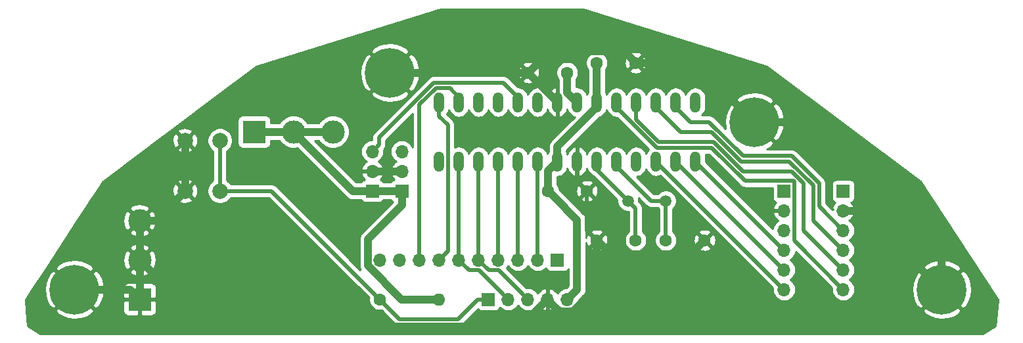
<source format=gbr>
G04 #@! TF.GenerationSoftware,KiCad,Pcbnew,(5.1.2)-1*
G04 #@! TF.CreationDate,2019-05-22T15:10:38+02:00*
G04 #@! TF.ProjectId,ADClock1,4144436c-6f63-46b3-912e-6b696361645f,rev?*
G04 #@! TF.SameCoordinates,Original*
G04 #@! TF.FileFunction,Copper,L1,Top*
G04 #@! TF.FilePolarity,Positive*
%FSLAX46Y46*%
G04 Gerber Fmt 4.6, Leading zero omitted, Abs format (unit mm)*
G04 Created by KiCad (PCBNEW (5.1.2)-1) date 2019-05-22 15:10:38*
%MOMM*%
%LPD*%
G04 APERTURE LIST*
%ADD10C,1.600000*%
%ADD11R,1.700000X1.700000*%
%ADD12O,1.700000X1.700000*%
%ADD13C,3.000000*%
%ADD14R,3.000000X3.000000*%
%ADD15C,6.400000*%
%ADD16O,1.320800X2.641600*%
%ADD17O,1.600000X1.600000*%
%ADD18C,2.000000*%
%ADD19C,1.500000*%
%ADD20C,1.000000*%
%ADD21C,0.500000*%
%ADD22C,0.254000*%
G04 APERTURE END LIST*
D10*
X100330000Y-52070000D03*
X105330000Y-52070000D03*
X109220000Y-52070000D03*
X114220000Y-52070000D03*
X91520000Y-30480000D03*
X96520000Y-30480000D03*
X100330000Y-29210000D03*
X105330000Y-29210000D03*
X94060000Y-45720000D03*
X99060000Y-45720000D03*
D11*
X95250000Y-54610000D03*
D12*
X92710000Y-54610000D03*
X90170000Y-54610000D03*
X87630000Y-54610000D03*
X85090000Y-54610000D03*
X82550000Y-54610000D03*
X80010000Y-54610000D03*
X77470000Y-54610000D03*
X74930000Y-54610000D03*
X72390000Y-54610000D03*
D13*
X41410000Y-49530000D03*
X41410000Y-54610000D03*
D14*
X41410000Y-59690000D03*
D15*
X73660000Y-30480000D03*
X144780000Y-58420000D03*
X120650000Y-36830000D03*
X33020000Y-58420000D03*
D12*
X75200000Y-40640000D03*
X75200000Y-43180000D03*
D11*
X75200000Y-45720000D03*
D12*
X71390000Y-40640000D03*
X71390000Y-43180000D03*
D11*
X71390000Y-45720000D03*
D16*
X80010000Y-41910000D03*
X82550000Y-41910000D03*
X85090000Y-41910000D03*
X87630000Y-41910000D03*
X90170000Y-41910000D03*
X92710000Y-41910000D03*
X95250000Y-41910000D03*
X97790000Y-41910000D03*
X100330000Y-41910000D03*
X102870000Y-41910000D03*
X105410000Y-41910000D03*
X107950000Y-41910000D03*
X110490000Y-41910000D03*
X113030000Y-41910000D03*
X113030000Y-34290000D03*
X110490000Y-34290000D03*
X107950000Y-34290000D03*
X105410000Y-34290000D03*
X102870000Y-34290000D03*
X100330000Y-34290000D03*
X97790000Y-34290000D03*
X95250000Y-34290000D03*
X92710000Y-34290000D03*
X90170000Y-34290000D03*
X87630000Y-34290000D03*
X85090000Y-34290000D03*
X82550000Y-34290000D03*
X80010000Y-34290000D03*
D11*
X86360000Y-59690000D03*
D12*
X88900000Y-59690000D03*
X91440000Y-59690000D03*
X93980000Y-59690000D03*
X96520000Y-59690000D03*
D10*
X72390000Y-59690000D03*
D17*
X80010000Y-59690000D03*
D11*
X132080000Y-45720000D03*
D12*
X132080000Y-48260000D03*
X132080000Y-50800000D03*
X132080000Y-53340000D03*
X132080000Y-55880000D03*
X132080000Y-58420000D03*
X124460000Y-58420000D03*
X124460000Y-55880000D03*
X124460000Y-53340000D03*
X124460000Y-50800000D03*
X124460000Y-48260000D03*
D11*
X124460000Y-45720000D03*
D18*
X51760000Y-45720000D03*
X47260000Y-45720000D03*
X51760000Y-39220000D03*
X47260000Y-39220000D03*
D14*
X56150000Y-38100000D03*
D13*
X61230000Y-38100000D03*
X66310000Y-38100000D03*
D19*
X109220000Y-46990000D03*
X104340000Y-46990000D03*
D20*
X40140000Y-58420000D02*
X41410000Y-59690000D01*
X33020000Y-58420000D02*
X40140000Y-58420000D01*
X41410000Y-59690000D02*
X41410000Y-54610000D01*
X41410000Y-54610000D02*
X41410000Y-49530000D01*
X73660000Y-30480000D02*
X91520000Y-30480000D01*
X104530001Y-28410001D02*
X105330000Y-29210000D01*
X103829999Y-27709999D02*
X104530001Y-28410001D01*
X94290001Y-27709999D02*
X103829999Y-27709999D01*
X91520000Y-30480000D02*
X94290001Y-27709999D01*
X113030000Y-29210000D02*
X120650000Y-36830000D01*
X105330000Y-29210000D02*
X113030000Y-29210000D01*
X120650000Y-36830000D02*
X129540000Y-36830000D01*
X144780000Y-52070000D02*
X144780000Y-58420000D01*
X129540000Y-36830000D02*
X144780000Y-52070000D01*
X134620000Y-48260000D02*
X132080000Y-48260000D01*
X144780000Y-58420000D02*
X134620000Y-48260000D01*
X101129999Y-52869999D02*
X100330000Y-52070000D01*
X102870000Y-54610000D02*
X101129999Y-52869999D01*
X111680000Y-54610000D02*
X102870000Y-54610000D01*
X114220000Y-52070000D02*
X111680000Y-54610000D01*
X94829999Y-60539999D02*
X93980000Y-59690000D01*
X95530001Y-61240001D02*
X94829999Y-60539999D01*
X97264001Y-61240001D02*
X95530001Y-61240001D01*
X100330000Y-58174002D02*
X97264001Y-61240001D01*
X100330000Y-52070000D02*
X100330000Y-58174002D01*
X75200000Y-43180000D02*
X71390000Y-43180000D01*
D21*
X97790000Y-44450000D02*
X99060000Y-45720000D01*
X97790000Y-41910000D02*
X97790000Y-44450000D01*
X99060000Y-50800000D02*
X100330000Y-52070000D01*
X99060000Y-45720000D02*
X99060000Y-50800000D01*
D20*
X95250000Y-34210000D02*
X95250000Y-34290000D01*
X91520000Y-30480000D02*
X95250000Y-34210000D01*
X93130001Y-60539999D02*
X93980000Y-59690000D01*
X90489990Y-63180010D02*
X93130001Y-60539999D01*
X49980010Y-63180010D02*
X90489990Y-63180010D01*
X41410000Y-54610000D02*
X49980010Y-63180010D01*
X43450000Y-49530000D02*
X47260000Y-45720000D01*
X41410000Y-49530000D02*
X43450000Y-49530000D01*
X47260000Y-45720000D02*
X47260000Y-39220000D01*
D21*
X105330000Y-47980000D02*
X104340000Y-46990000D01*
X105330000Y-52070000D02*
X105330000Y-47980000D01*
X103590001Y-46240001D02*
X104340000Y-46990000D01*
X100330000Y-42980000D02*
X103590001Y-46240001D01*
X100330000Y-41910000D02*
X100330000Y-42980000D01*
X108159340Y-46990000D02*
X109220000Y-46990000D01*
X107289600Y-46990000D02*
X108159340Y-46990000D01*
X102870000Y-42570400D02*
X107289600Y-46990000D01*
X102870000Y-41910000D02*
X102870000Y-42570400D01*
X109220000Y-46990000D02*
X109220000Y-52070000D01*
D20*
X96520000Y-33020000D02*
X97790000Y-34290000D01*
X96520000Y-30480000D02*
X96520000Y-33020000D01*
D21*
X85010000Y-59690000D02*
X86360000Y-59690000D01*
X82470000Y-62230000D02*
X85010000Y-59690000D01*
X74930000Y-62230000D02*
X82470000Y-62230000D01*
X72390000Y-59690000D02*
X74930000Y-62230000D01*
X51760000Y-40634213D02*
X51760000Y-45720000D01*
X51760000Y-39220000D02*
X51760000Y-40634213D01*
X58420000Y-45720000D02*
X72390000Y-59690000D01*
X51760000Y-45720000D02*
X58420000Y-45720000D01*
X124460000Y-55880000D02*
X110490000Y-41910000D01*
X119169878Y-41209990D02*
X114789888Y-36830000D01*
X125429880Y-41209990D02*
X119169878Y-41209990D01*
X128970010Y-44750120D02*
X125429880Y-41209990D01*
X132080000Y-50800000D02*
X128970010Y-47690010D01*
X128970010Y-47690010D02*
X128970010Y-44750120D01*
X110490000Y-34950400D02*
X110490000Y-34290000D01*
X112369600Y-36830000D02*
X110490000Y-34950400D01*
X114789888Y-36830000D02*
X112369600Y-36830000D01*
X111099600Y-38100000D02*
X107950000Y-34950400D01*
X132080000Y-53340000D02*
X128270000Y-49530000D01*
X107950000Y-34950400D02*
X107950000Y-34290000D01*
X128270000Y-49530000D02*
X128270000Y-45040073D01*
X128270000Y-45040073D02*
X125139927Y-41910000D01*
X125139927Y-41910000D02*
X118879926Y-41910000D01*
X118879926Y-41910000D02*
X115069926Y-38100000D01*
X115069926Y-38100000D02*
X111099600Y-38100000D01*
X90170000Y-33629600D02*
X90170000Y-34290000D01*
X88309590Y-31769190D02*
X90170000Y-33629600D01*
X79310091Y-31769190D02*
X88309590Y-31769190D01*
X72239999Y-38839283D02*
X79310091Y-31769190D01*
X72239999Y-39790001D02*
X72239999Y-38839283D01*
X71390000Y-40640000D02*
X72239999Y-39790001D01*
D20*
X56150000Y-38100000D02*
X61230000Y-38100000D01*
X66310000Y-38100000D02*
X61230000Y-38100000D01*
X68850000Y-45720000D02*
X71390000Y-45720000D01*
X61230000Y-38100000D02*
X68850000Y-45720000D01*
X71390000Y-45720000D02*
X75200000Y-45720000D01*
X78878630Y-59690000D02*
X80010000Y-59690000D01*
X75175998Y-59690000D02*
X78878630Y-59690000D01*
X70839999Y-55354001D02*
X75175998Y-59690000D01*
X70839999Y-51930001D02*
X70839999Y-55354001D01*
X75200000Y-47570000D02*
X70839999Y-51930001D01*
X75200000Y-45720000D02*
X75200000Y-47570000D01*
X94859999Y-46519999D02*
X94060000Y-45720000D01*
X97790000Y-49450000D02*
X94859999Y-46519999D01*
X97790000Y-58420000D02*
X97790000Y-49450000D01*
X96520000Y-59690000D02*
X97790000Y-58420000D01*
X94060000Y-43100000D02*
X95250000Y-41910000D01*
X94060000Y-45720000D02*
X94060000Y-43100000D01*
X100330000Y-34950400D02*
X100330000Y-34290000D01*
X95250000Y-41910000D02*
X95250000Y-40030400D01*
X95250000Y-40030400D02*
X100330000Y-34950400D01*
X100330000Y-34290000D02*
X100330000Y-29210000D01*
D21*
X124460000Y-58420000D02*
X107950000Y-41910000D01*
X113030000Y-41910000D02*
X124460000Y-53340000D01*
X132080000Y-55880000D02*
X127000000Y-50800000D01*
X127000000Y-44760035D02*
X125419965Y-43180000D01*
X127000000Y-50800000D02*
X127000000Y-44760035D01*
X115349964Y-39370000D02*
X108279562Y-39370000D01*
X125419965Y-43180000D02*
X119159964Y-43180000D01*
X119159964Y-43180000D02*
X115349964Y-39370000D01*
X105410000Y-36500438D02*
X105410000Y-34290000D01*
X108279562Y-39370000D02*
X105410000Y-36500438D01*
X125670001Y-44419999D02*
X119410001Y-44419999D01*
X125760001Y-44509999D02*
X125670001Y-44419999D01*
X132080000Y-58420000D02*
X125760001Y-52100001D01*
X125760001Y-52100001D02*
X125760001Y-44509999D01*
X102870000Y-34950400D02*
X102870000Y-34290000D01*
X108058790Y-40139190D02*
X102870000Y-34950400D01*
X115129192Y-40139190D02*
X108058790Y-40139190D01*
X119410001Y-44419999D02*
X115129192Y-40139190D01*
X92710000Y-41910000D02*
X92710000Y-54610000D01*
X90170000Y-54610000D02*
X90170000Y-41910000D01*
X87630000Y-41910000D02*
X87630000Y-54610000D01*
X85090000Y-54610000D02*
X85090000Y-41910000D01*
X90590001Y-58840001D02*
X91440000Y-59690000D01*
X87660001Y-55910001D02*
X90590001Y-58840001D01*
X86390001Y-55910001D02*
X87660001Y-55910001D01*
X85090000Y-54610000D02*
X86390001Y-55910001D01*
X82550000Y-41910000D02*
X82550000Y-54610000D01*
X88050001Y-58840001D02*
X88900000Y-59690000D01*
X85120001Y-55910001D02*
X88050001Y-58840001D01*
X83850001Y-55910001D02*
X85120001Y-55910001D01*
X82550000Y-54610000D02*
X83850001Y-55910001D01*
X80010000Y-36110800D02*
X80010000Y-34290000D01*
X81120410Y-37221210D02*
X80010000Y-36110800D01*
X81120410Y-53499590D02*
X81120410Y-37221210D01*
X80010000Y-54610000D02*
X81120410Y-53499590D01*
X82550000Y-33629600D02*
X82550000Y-34290000D01*
X81389600Y-32469200D02*
X82550000Y-33629600D01*
X79600044Y-32469200D02*
X81389600Y-32469200D01*
X77470000Y-34599244D02*
X79600044Y-32469200D01*
X77470000Y-54610000D02*
X77470000Y-34599244D01*
D22*
G36*
X122228224Y-29636350D02*
G01*
X142008900Y-44502952D01*
X152015695Y-59705899D01*
X151700968Y-63080184D01*
X150091579Y-64139507D01*
X28606882Y-64139507D01*
X26997492Y-63080184D01*
X26814744Y-61120881D01*
X30498724Y-61120881D01*
X30858912Y-61610548D01*
X31522882Y-61970849D01*
X32244385Y-62194694D01*
X32995695Y-62273480D01*
X33747938Y-62204178D01*
X34472208Y-61989452D01*
X35140670Y-61637555D01*
X35181088Y-61610548D01*
X35490433Y-61190000D01*
X39271928Y-61190000D01*
X39284188Y-61314482D01*
X39320498Y-61434180D01*
X39379463Y-61544494D01*
X39458815Y-61641185D01*
X39555506Y-61720537D01*
X39665820Y-61779502D01*
X39785518Y-61815812D01*
X39910000Y-61828072D01*
X41124250Y-61825000D01*
X41283000Y-61666250D01*
X41283000Y-59817000D01*
X41537000Y-59817000D01*
X41537000Y-61666250D01*
X41695750Y-61825000D01*
X42910000Y-61828072D01*
X43034482Y-61815812D01*
X43154180Y-61779502D01*
X43264494Y-61720537D01*
X43361185Y-61641185D01*
X43440537Y-61544494D01*
X43499502Y-61434180D01*
X43535812Y-61314482D01*
X43548072Y-61190000D01*
X43545000Y-59975750D01*
X43386250Y-59817000D01*
X41537000Y-59817000D01*
X41283000Y-59817000D01*
X39433750Y-59817000D01*
X39275000Y-59975750D01*
X39271928Y-61190000D01*
X35490433Y-61190000D01*
X35541276Y-61120881D01*
X33020000Y-58599605D01*
X30498724Y-61120881D01*
X26814744Y-61120881D01*
X26682765Y-59705898D01*
X27545159Y-58395695D01*
X29166520Y-58395695D01*
X29235822Y-59147938D01*
X29450548Y-59872208D01*
X29802445Y-60540670D01*
X29829452Y-60581088D01*
X30319119Y-60941276D01*
X32840395Y-58420000D01*
X33199605Y-58420000D01*
X35720881Y-60941276D01*
X36210548Y-60581088D01*
X36570849Y-59917118D01*
X36794694Y-59195615D01*
X36873480Y-58444305D01*
X36850052Y-58190000D01*
X39271928Y-58190000D01*
X39275000Y-59404250D01*
X39433750Y-59563000D01*
X41283000Y-59563000D01*
X41283000Y-57713750D01*
X41537000Y-57713750D01*
X41537000Y-59563000D01*
X43386250Y-59563000D01*
X43545000Y-59404250D01*
X43548072Y-58190000D01*
X43535812Y-58065518D01*
X43499502Y-57945820D01*
X43440537Y-57835506D01*
X43361185Y-57738815D01*
X43264494Y-57659463D01*
X43154180Y-57600498D01*
X43034482Y-57564188D01*
X42910000Y-57551928D01*
X41695750Y-57555000D01*
X41537000Y-57713750D01*
X41283000Y-57713750D01*
X41124250Y-57555000D01*
X39910000Y-57551928D01*
X39785518Y-57564188D01*
X39665820Y-57600498D01*
X39555506Y-57659463D01*
X39458815Y-57738815D01*
X39379463Y-57835506D01*
X39320498Y-57945820D01*
X39284188Y-58065518D01*
X39271928Y-58190000D01*
X36850052Y-58190000D01*
X36804178Y-57692062D01*
X36589452Y-56967792D01*
X36237555Y-56299330D01*
X36210548Y-56258912D01*
X35996759Y-56101653D01*
X40097952Y-56101653D01*
X40253962Y-56417214D01*
X40628745Y-56608020D01*
X41033551Y-56722044D01*
X41452824Y-56754902D01*
X41870451Y-56705334D01*
X42270383Y-56575243D01*
X42566038Y-56417214D01*
X42722048Y-56101653D01*
X41410000Y-54789605D01*
X40097952Y-56101653D01*
X35996759Y-56101653D01*
X35720881Y-55898724D01*
X33199605Y-58420000D01*
X32840395Y-58420000D01*
X30319119Y-55898724D01*
X29829452Y-56258912D01*
X29469151Y-56922882D01*
X29245306Y-57644385D01*
X29166520Y-58395695D01*
X27545159Y-58395695D01*
X29306919Y-55719119D01*
X30498724Y-55719119D01*
X33020000Y-58240395D01*
X35541276Y-55719119D01*
X35181088Y-55229452D01*
X34517118Y-54869151D01*
X33819848Y-54652824D01*
X39265098Y-54652824D01*
X39314666Y-55070451D01*
X39444757Y-55470383D01*
X39602786Y-55766038D01*
X39918347Y-55922048D01*
X41230395Y-54610000D01*
X41589605Y-54610000D01*
X42901653Y-55922048D01*
X43217214Y-55766038D01*
X43408020Y-55391255D01*
X43522044Y-54986449D01*
X43554902Y-54567176D01*
X43505334Y-54149549D01*
X43375243Y-53749617D01*
X43217214Y-53453962D01*
X42901653Y-53297952D01*
X41589605Y-54610000D01*
X41230395Y-54610000D01*
X39918347Y-53297952D01*
X39602786Y-53453962D01*
X39411980Y-53828745D01*
X39297956Y-54233551D01*
X39265098Y-54652824D01*
X33819848Y-54652824D01*
X33795615Y-54645306D01*
X33044305Y-54566520D01*
X32292062Y-54635822D01*
X31567792Y-54850548D01*
X30899330Y-55202445D01*
X30858912Y-55229452D01*
X30498724Y-55719119D01*
X29306919Y-55719119D01*
X31018784Y-53118347D01*
X40097952Y-53118347D01*
X41410000Y-54430395D01*
X42722048Y-53118347D01*
X42566038Y-52802786D01*
X42191255Y-52611980D01*
X41786449Y-52497956D01*
X41367176Y-52465098D01*
X40949549Y-52514666D01*
X40549617Y-52644757D01*
X40253962Y-52802786D01*
X40097952Y-53118347D01*
X31018784Y-53118347D01*
X32398858Y-51021653D01*
X40097952Y-51021653D01*
X40253962Y-51337214D01*
X40628745Y-51528020D01*
X41033551Y-51642044D01*
X41452824Y-51674902D01*
X41870451Y-51625334D01*
X42270383Y-51495243D01*
X42566038Y-51337214D01*
X42722048Y-51021653D01*
X41410000Y-49709605D01*
X40097952Y-51021653D01*
X32398858Y-51021653D01*
X33352498Y-49572824D01*
X39265098Y-49572824D01*
X39314666Y-49990451D01*
X39444757Y-50390383D01*
X39602786Y-50686038D01*
X39918347Y-50842048D01*
X41230395Y-49530000D01*
X41589605Y-49530000D01*
X42901653Y-50842048D01*
X43217214Y-50686038D01*
X43408020Y-50311255D01*
X43522044Y-49906449D01*
X43554902Y-49487176D01*
X43505334Y-49069549D01*
X43375243Y-48669617D01*
X43217214Y-48373962D01*
X42901653Y-48217952D01*
X41589605Y-49530000D01*
X41230395Y-49530000D01*
X39918347Y-48217952D01*
X39602786Y-48373962D01*
X39411980Y-48748745D01*
X39297956Y-49153551D01*
X39265098Y-49572824D01*
X33352498Y-49572824D01*
X34362512Y-48038347D01*
X40097952Y-48038347D01*
X41410000Y-49350395D01*
X42722048Y-48038347D01*
X42566038Y-47722786D01*
X42191255Y-47531980D01*
X41786449Y-47417956D01*
X41367176Y-47385098D01*
X40949549Y-47434666D01*
X40549617Y-47564757D01*
X40253962Y-47722786D01*
X40097952Y-48038347D01*
X34362512Y-48038347D01*
X35141135Y-46855413D01*
X46304192Y-46855413D01*
X46399956Y-47119814D01*
X46689571Y-47260704D01*
X47001108Y-47342384D01*
X47322595Y-47361718D01*
X47641675Y-47317961D01*
X47946088Y-47212795D01*
X48120044Y-47119814D01*
X48215808Y-46855413D01*
X47260000Y-45899605D01*
X46304192Y-46855413D01*
X35141135Y-46855413D01*
X35847280Y-45782595D01*
X45618282Y-45782595D01*
X45662039Y-46101675D01*
X45767205Y-46406088D01*
X45860186Y-46580044D01*
X46124587Y-46675808D01*
X47080395Y-45720000D01*
X47439605Y-45720000D01*
X48395413Y-46675808D01*
X48659814Y-46580044D01*
X48800704Y-46290429D01*
X48882384Y-45978892D01*
X48901718Y-45657405D01*
X48857961Y-45338325D01*
X48752795Y-45033912D01*
X48659814Y-44859956D01*
X48395413Y-44764192D01*
X47439605Y-45720000D01*
X47080395Y-45720000D01*
X46124587Y-44764192D01*
X45860186Y-44859956D01*
X45719296Y-45149571D01*
X45637616Y-45461108D01*
X45618282Y-45782595D01*
X35847280Y-45782595D01*
X36635827Y-44584587D01*
X46304192Y-44584587D01*
X47260000Y-45540395D01*
X48215808Y-44584587D01*
X48120044Y-44320186D01*
X47830429Y-44179296D01*
X47518892Y-44097616D01*
X47197405Y-44078282D01*
X46878325Y-44122039D01*
X46573912Y-44227205D01*
X46399956Y-44320186D01*
X46304192Y-44584587D01*
X36635827Y-44584587D01*
X36689562Y-44502950D01*
X42208044Y-40355413D01*
X46304192Y-40355413D01*
X46399956Y-40619814D01*
X46689571Y-40760704D01*
X47001108Y-40842384D01*
X47322595Y-40861718D01*
X47641675Y-40817961D01*
X47946088Y-40712795D01*
X48120044Y-40619814D01*
X48215808Y-40355413D01*
X47260000Y-39399605D01*
X46304192Y-40355413D01*
X42208044Y-40355413D01*
X43635477Y-39282595D01*
X45618282Y-39282595D01*
X45662039Y-39601675D01*
X45767205Y-39906088D01*
X45860186Y-40080044D01*
X46124587Y-40175808D01*
X47080395Y-39220000D01*
X47439605Y-39220000D01*
X48395413Y-40175808D01*
X48659814Y-40080044D01*
X48800704Y-39790429D01*
X48882384Y-39478892D01*
X48901718Y-39157405D01*
X48888219Y-39058967D01*
X50125000Y-39058967D01*
X50125000Y-39381033D01*
X50187832Y-39696912D01*
X50311082Y-39994463D01*
X50490013Y-40262252D01*
X50717748Y-40489987D01*
X50875000Y-40595059D01*
X50875001Y-44344940D01*
X50717748Y-44450013D01*
X50490013Y-44677748D01*
X50311082Y-44945537D01*
X50187832Y-45243088D01*
X50125000Y-45558967D01*
X50125000Y-45881033D01*
X50187832Y-46196912D01*
X50311082Y-46494463D01*
X50490013Y-46762252D01*
X50717748Y-46989987D01*
X50985537Y-47168918D01*
X51283088Y-47292168D01*
X51598967Y-47355000D01*
X51921033Y-47355000D01*
X52236912Y-47292168D01*
X52534463Y-47168918D01*
X52802252Y-46989987D01*
X53029987Y-46762252D01*
X53135059Y-46605000D01*
X58053422Y-46605000D01*
X70961983Y-59513562D01*
X70955000Y-59548665D01*
X70955000Y-59831335D01*
X71010147Y-60108574D01*
X71118320Y-60369727D01*
X71275363Y-60604759D01*
X71475241Y-60804637D01*
X71710273Y-60961680D01*
X71971426Y-61069853D01*
X72248665Y-61125000D01*
X72531335Y-61125000D01*
X72566439Y-61118017D01*
X74273470Y-62825049D01*
X74301183Y-62858817D01*
X74334951Y-62886530D01*
X74334953Y-62886532D01*
X74337678Y-62888768D01*
X74435941Y-62969411D01*
X74589687Y-63051589D01*
X74756510Y-63102195D01*
X74886523Y-63115000D01*
X74886533Y-63115000D01*
X74929999Y-63119281D01*
X74973465Y-63115000D01*
X82426531Y-63115000D01*
X82470000Y-63119281D01*
X82513469Y-63115000D01*
X82513477Y-63115000D01*
X82643490Y-63102195D01*
X82810313Y-63051589D01*
X82964059Y-62969411D01*
X83098817Y-62858817D01*
X83126534Y-62825044D01*
X85014451Y-60937127D01*
X85058815Y-60991185D01*
X85155506Y-61070537D01*
X85265820Y-61129502D01*
X85385518Y-61165812D01*
X85510000Y-61178072D01*
X87210000Y-61178072D01*
X87334482Y-61165812D01*
X87454180Y-61129502D01*
X87564494Y-61070537D01*
X87661185Y-60991185D01*
X87740537Y-60894494D01*
X87799502Y-60784180D01*
X87820393Y-60715313D01*
X87844866Y-60745134D01*
X88070986Y-60930706D01*
X88328966Y-61068599D01*
X88608889Y-61153513D01*
X88827050Y-61175000D01*
X88972950Y-61175000D01*
X89191111Y-61153513D01*
X89471034Y-61068599D01*
X89729014Y-60930706D01*
X89955134Y-60745134D01*
X90140706Y-60519014D01*
X90170000Y-60464209D01*
X90199294Y-60519014D01*
X90384866Y-60745134D01*
X90610986Y-60930706D01*
X90868966Y-61068599D01*
X91148889Y-61153513D01*
X91367050Y-61175000D01*
X91512950Y-61175000D01*
X91731111Y-61153513D01*
X92011034Y-61068599D01*
X92269014Y-60930706D01*
X92495134Y-60745134D01*
X92680706Y-60519014D01*
X92715201Y-60454477D01*
X92784822Y-60571355D01*
X92979731Y-60787588D01*
X93213080Y-60961641D01*
X93475901Y-61086825D01*
X93623110Y-61131476D01*
X93853000Y-61010155D01*
X93853000Y-59817000D01*
X93833000Y-59817000D01*
X93833000Y-59563000D01*
X93853000Y-59563000D01*
X93853000Y-58369845D01*
X93623110Y-58248524D01*
X93475901Y-58293175D01*
X93213080Y-58418359D01*
X92979731Y-58592412D01*
X92784822Y-58808645D01*
X92715201Y-58925523D01*
X92680706Y-58860986D01*
X92495134Y-58634866D01*
X92269014Y-58449294D01*
X92011034Y-58311401D01*
X91731111Y-58226487D01*
X91512950Y-58205000D01*
X91367050Y-58205000D01*
X91220967Y-58219388D01*
X88675016Y-55673438D01*
X88685134Y-55665134D01*
X88870706Y-55439014D01*
X88900000Y-55384209D01*
X88929294Y-55439014D01*
X89114866Y-55665134D01*
X89340986Y-55850706D01*
X89598966Y-55988599D01*
X89878889Y-56073513D01*
X90097050Y-56095000D01*
X90242950Y-56095000D01*
X90461111Y-56073513D01*
X90741034Y-55988599D01*
X90999014Y-55850706D01*
X91225134Y-55665134D01*
X91410706Y-55439014D01*
X91440000Y-55384209D01*
X91469294Y-55439014D01*
X91654866Y-55665134D01*
X91880986Y-55850706D01*
X92138966Y-55988599D01*
X92418889Y-56073513D01*
X92637050Y-56095000D01*
X92782950Y-56095000D01*
X93001111Y-56073513D01*
X93281034Y-55988599D01*
X93539014Y-55850706D01*
X93765134Y-55665134D01*
X93789607Y-55635313D01*
X93810498Y-55704180D01*
X93869463Y-55814494D01*
X93948815Y-55911185D01*
X94045506Y-55990537D01*
X94155820Y-56049502D01*
X94275518Y-56085812D01*
X94400000Y-56098072D01*
X96100000Y-56098072D01*
X96224482Y-56085812D01*
X96344180Y-56049502D01*
X96454494Y-55990537D01*
X96551185Y-55911185D01*
X96630537Y-55814494D01*
X96655000Y-55768727D01*
X96655000Y-57949868D01*
X96394714Y-58210155D01*
X96228889Y-58226487D01*
X95948966Y-58311401D01*
X95690986Y-58449294D01*
X95464866Y-58634866D01*
X95279294Y-58860986D01*
X95244799Y-58925523D01*
X95175178Y-58808645D01*
X94980269Y-58592412D01*
X94746920Y-58418359D01*
X94484099Y-58293175D01*
X94336890Y-58248524D01*
X94107000Y-58369845D01*
X94107000Y-59563000D01*
X94127000Y-59563000D01*
X94127000Y-59817000D01*
X94107000Y-59817000D01*
X94107000Y-61010155D01*
X94336890Y-61131476D01*
X94484099Y-61086825D01*
X94746920Y-60961641D01*
X94980269Y-60787588D01*
X95175178Y-60571355D01*
X95244799Y-60454477D01*
X95279294Y-60519014D01*
X95464866Y-60745134D01*
X95690986Y-60930706D01*
X95948966Y-61068599D01*
X96228889Y-61153513D01*
X96447050Y-61175000D01*
X96592950Y-61175000D01*
X96811111Y-61153513D01*
X96918683Y-61120881D01*
X142258724Y-61120881D01*
X142618912Y-61610548D01*
X143282882Y-61970849D01*
X144004385Y-62194694D01*
X144755695Y-62273480D01*
X145507938Y-62204178D01*
X146232208Y-61989452D01*
X146900670Y-61637555D01*
X146941088Y-61610548D01*
X147301276Y-61120881D01*
X144780000Y-58599605D01*
X142258724Y-61120881D01*
X96918683Y-61120881D01*
X97091034Y-61068599D01*
X97349014Y-60930706D01*
X97575134Y-60745134D01*
X97760706Y-60519014D01*
X97898599Y-60261034D01*
X97983513Y-59981111D01*
X97999845Y-59815286D01*
X98553140Y-59261992D01*
X98596449Y-59226449D01*
X98738284Y-59053623D01*
X98843676Y-58856447D01*
X98908577Y-58642499D01*
X98925000Y-58475752D01*
X98925000Y-58475745D01*
X98930490Y-58420001D01*
X98925000Y-58364257D01*
X98925000Y-53062702D01*
X99516903Y-53062702D01*
X99588486Y-53306671D01*
X99843996Y-53427571D01*
X100118184Y-53496300D01*
X100400512Y-53510217D01*
X100680130Y-53468787D01*
X100946292Y-53373603D01*
X101071514Y-53306671D01*
X101143097Y-53062702D01*
X100330000Y-52249605D01*
X99516903Y-53062702D01*
X98925000Y-53062702D01*
X98925000Y-52378197D01*
X98931213Y-52420130D01*
X99026397Y-52686292D01*
X99093329Y-52811514D01*
X99337298Y-52883097D01*
X100150395Y-52070000D01*
X100509605Y-52070000D01*
X101322702Y-52883097D01*
X101566671Y-52811514D01*
X101687571Y-52556004D01*
X101756300Y-52281816D01*
X101770217Y-51999488D01*
X101728787Y-51719870D01*
X101633603Y-51453708D01*
X101566671Y-51328486D01*
X101322702Y-51256903D01*
X100509605Y-52070000D01*
X100150395Y-52070000D01*
X99337298Y-51256903D01*
X99093329Y-51328486D01*
X98972429Y-51583996D01*
X98925000Y-51773210D01*
X98925000Y-51077298D01*
X99516903Y-51077298D01*
X100330000Y-51890395D01*
X101143097Y-51077298D01*
X101071514Y-50833329D01*
X100816004Y-50712429D01*
X100541816Y-50643700D01*
X100259488Y-50629783D01*
X99979870Y-50671213D01*
X99713708Y-50766397D01*
X99588486Y-50833329D01*
X99516903Y-51077298D01*
X98925000Y-51077298D01*
X98925000Y-49505751D01*
X98930491Y-49449999D01*
X98908577Y-49227500D01*
X98850467Y-49035941D01*
X98843676Y-49013553D01*
X98738284Y-48816377D01*
X98596449Y-48643551D01*
X98553141Y-48608009D01*
X96657834Y-46712702D01*
X98246903Y-46712702D01*
X98318486Y-46956671D01*
X98573996Y-47077571D01*
X98848184Y-47146300D01*
X99130512Y-47160217D01*
X99410130Y-47118787D01*
X99676292Y-47023603D01*
X99801514Y-46956671D01*
X99873097Y-46712702D01*
X99060000Y-45899605D01*
X98246903Y-46712702D01*
X96657834Y-46712702D01*
X95735644Y-45790512D01*
X97619783Y-45790512D01*
X97661213Y-46070130D01*
X97756397Y-46336292D01*
X97823329Y-46461514D01*
X98067298Y-46533097D01*
X98880395Y-45720000D01*
X99239605Y-45720000D01*
X100052702Y-46533097D01*
X100296671Y-46461514D01*
X100417571Y-46206004D01*
X100486300Y-45931816D01*
X100500217Y-45649488D01*
X100458787Y-45369870D01*
X100363603Y-45103708D01*
X100296671Y-44978486D01*
X100052702Y-44906903D01*
X99239605Y-45720000D01*
X98880395Y-45720000D01*
X98067298Y-44906903D01*
X97823329Y-44978486D01*
X97702429Y-45233996D01*
X97633700Y-45508184D01*
X97619783Y-45790512D01*
X95735644Y-45790512D01*
X95701991Y-45756860D01*
X95701987Y-45756855D01*
X95487850Y-45542718D01*
X95439853Y-45301426D01*
X95331680Y-45040273D01*
X95195000Y-44835716D01*
X95195000Y-44727298D01*
X98246903Y-44727298D01*
X99060000Y-45540395D01*
X99873097Y-44727298D01*
X99801514Y-44483329D01*
X99546004Y-44362429D01*
X99271816Y-44293700D01*
X98989488Y-44279783D01*
X98709870Y-44321213D01*
X98443708Y-44416397D01*
X98318486Y-44483329D01*
X98246903Y-44727298D01*
X95195000Y-44727298D01*
X95195000Y-43866650D01*
X95250000Y-43872067D01*
X95503943Y-43847056D01*
X95748126Y-43772983D01*
X95973167Y-43652697D01*
X96170418Y-43490818D01*
X96332297Y-43293567D01*
X96452583Y-43068526D01*
X96522506Y-42838023D01*
X96544267Y-42947680D01*
X96641807Y-43183461D01*
X96783471Y-43395683D01*
X96963816Y-43576189D01*
X97175911Y-43718044D01*
X97411605Y-43815795D01*
X97462895Y-43823820D01*
X97663000Y-43699933D01*
X97663000Y-42037000D01*
X97643000Y-42037000D01*
X97643000Y-41783000D01*
X97663000Y-41783000D01*
X97663000Y-40120067D01*
X97462895Y-39996180D01*
X97411605Y-40004205D01*
X97175911Y-40101956D01*
X96963816Y-40243811D01*
X96783471Y-40424317D01*
X96641807Y-40636539D01*
X96544267Y-40872320D01*
X96522506Y-40981977D01*
X96452583Y-40751474D01*
X96385000Y-40625034D01*
X96385000Y-40500531D01*
X100690931Y-36194601D01*
X100828126Y-36152983D01*
X101053167Y-36032697D01*
X101250418Y-35870818D01*
X101412297Y-35673567D01*
X101532583Y-35448526D01*
X101600000Y-35226285D01*
X101667417Y-35448526D01*
X101787704Y-35673567D01*
X101949583Y-35870818D01*
X102146834Y-36032697D01*
X102371875Y-36152983D01*
X102616058Y-36227056D01*
X102870000Y-36252067D01*
X102915598Y-36247576D01*
X107014987Y-40346966D01*
X106867703Y-40526434D01*
X106747417Y-40751475D01*
X106680000Y-40973716D01*
X106612583Y-40751474D01*
X106492297Y-40526433D01*
X106330418Y-40329182D01*
X106133166Y-40167303D01*
X105908125Y-40047017D01*
X105663942Y-39972944D01*
X105410000Y-39947933D01*
X105156057Y-39972944D01*
X104911874Y-40047017D01*
X104686833Y-40167303D01*
X104489582Y-40329182D01*
X104327703Y-40526434D01*
X104207417Y-40751475D01*
X104140000Y-40973716D01*
X104072583Y-40751474D01*
X103952297Y-40526433D01*
X103790418Y-40329182D01*
X103593166Y-40167303D01*
X103368125Y-40047017D01*
X103123942Y-39972944D01*
X102870000Y-39947933D01*
X102616057Y-39972944D01*
X102371874Y-40047017D01*
X102146833Y-40167303D01*
X101949582Y-40329182D01*
X101787703Y-40526434D01*
X101667417Y-40751475D01*
X101600000Y-40973716D01*
X101532583Y-40751474D01*
X101412297Y-40526433D01*
X101250418Y-40329182D01*
X101053166Y-40167303D01*
X100828125Y-40047017D01*
X100583942Y-39972944D01*
X100330000Y-39947933D01*
X100076057Y-39972944D01*
X99831874Y-40047017D01*
X99606833Y-40167303D01*
X99409582Y-40329182D01*
X99247703Y-40526434D01*
X99127417Y-40751475D01*
X99057494Y-40981977D01*
X99035733Y-40872320D01*
X98938193Y-40636539D01*
X98796529Y-40424317D01*
X98616184Y-40243811D01*
X98404089Y-40101956D01*
X98168395Y-40004205D01*
X98117105Y-39996180D01*
X97917000Y-40120067D01*
X97917000Y-41783000D01*
X97937000Y-41783000D01*
X97937000Y-42037000D01*
X97917000Y-42037000D01*
X97917000Y-43699933D01*
X98117105Y-43823820D01*
X98168395Y-43815795D01*
X98404089Y-43718044D01*
X98616184Y-43576189D01*
X98796529Y-43395683D01*
X98938193Y-43183461D01*
X99035733Y-42947680D01*
X99057494Y-42838023D01*
X99127417Y-43068526D01*
X99247704Y-43293567D01*
X99409583Y-43490818D01*
X99606834Y-43652697D01*
X99831875Y-43772983D01*
X99888618Y-43790196D01*
X102955000Y-46856579D01*
X102955000Y-47126411D01*
X103008225Y-47393989D01*
X103112629Y-47646043D01*
X103264201Y-47872886D01*
X103457114Y-48065799D01*
X103683957Y-48217371D01*
X103936011Y-48321775D01*
X104203589Y-48375000D01*
X104445001Y-48375000D01*
X104445000Y-50935479D01*
X104415241Y-50955363D01*
X104215363Y-51155241D01*
X104058320Y-51390273D01*
X103950147Y-51651426D01*
X103895000Y-51928665D01*
X103895000Y-52211335D01*
X103950147Y-52488574D01*
X104058320Y-52749727D01*
X104215363Y-52984759D01*
X104415241Y-53184637D01*
X104650273Y-53341680D01*
X104911426Y-53449853D01*
X105188665Y-53505000D01*
X105471335Y-53505000D01*
X105748574Y-53449853D01*
X106009727Y-53341680D01*
X106244759Y-53184637D01*
X106444637Y-52984759D01*
X106601680Y-52749727D01*
X106709853Y-52488574D01*
X106765000Y-52211335D01*
X106765000Y-51928665D01*
X106709853Y-51651426D01*
X106601680Y-51390273D01*
X106444637Y-51155241D01*
X106244759Y-50955363D01*
X106215000Y-50935479D01*
X106215000Y-48023465D01*
X106219281Y-47979999D01*
X106215000Y-47936533D01*
X106215000Y-47936523D01*
X106202195Y-47806510D01*
X106151589Y-47639687D01*
X106069411Y-47485941D01*
X106013617Y-47417956D01*
X105986532Y-47384953D01*
X105986530Y-47384951D01*
X105958817Y-47351183D01*
X105925049Y-47323470D01*
X105725000Y-47123421D01*
X105725000Y-46853589D01*
X105681147Y-46633126D01*
X106633070Y-47585049D01*
X106660783Y-47618817D01*
X106694551Y-47646530D01*
X106694553Y-47646532D01*
X106711560Y-47660489D01*
X106795541Y-47729411D01*
X106949287Y-47811589D01*
X107116110Y-47862195D01*
X107246123Y-47875000D01*
X107246133Y-47875000D01*
X107289599Y-47879281D01*
X107333065Y-47875000D01*
X108146315Y-47875000D01*
X108335000Y-48063685D01*
X108335001Y-50935478D01*
X108305241Y-50955363D01*
X108105363Y-51155241D01*
X107948320Y-51390273D01*
X107840147Y-51651426D01*
X107785000Y-51928665D01*
X107785000Y-52211335D01*
X107840147Y-52488574D01*
X107948320Y-52749727D01*
X108105363Y-52984759D01*
X108305241Y-53184637D01*
X108540273Y-53341680D01*
X108801426Y-53449853D01*
X109078665Y-53505000D01*
X109361335Y-53505000D01*
X109638574Y-53449853D01*
X109899727Y-53341680D01*
X110134759Y-53184637D01*
X110256694Y-53062702D01*
X113406903Y-53062702D01*
X113478486Y-53306671D01*
X113733996Y-53427571D01*
X114008184Y-53496300D01*
X114290512Y-53510217D01*
X114570130Y-53468787D01*
X114836292Y-53373603D01*
X114961514Y-53306671D01*
X115033097Y-53062702D01*
X114220000Y-52249605D01*
X113406903Y-53062702D01*
X110256694Y-53062702D01*
X110334637Y-52984759D01*
X110491680Y-52749727D01*
X110599853Y-52488574D01*
X110655000Y-52211335D01*
X110655000Y-52140512D01*
X112779783Y-52140512D01*
X112821213Y-52420130D01*
X112916397Y-52686292D01*
X112983329Y-52811514D01*
X113227298Y-52883097D01*
X114040395Y-52070000D01*
X114399605Y-52070000D01*
X115212702Y-52883097D01*
X115456671Y-52811514D01*
X115577571Y-52556004D01*
X115646300Y-52281816D01*
X115660217Y-51999488D01*
X115618787Y-51719870D01*
X115523603Y-51453708D01*
X115456671Y-51328486D01*
X115212702Y-51256903D01*
X114399605Y-52070000D01*
X114040395Y-52070000D01*
X113227298Y-51256903D01*
X112983329Y-51328486D01*
X112862429Y-51583996D01*
X112793700Y-51858184D01*
X112779783Y-52140512D01*
X110655000Y-52140512D01*
X110655000Y-51928665D01*
X110599853Y-51651426D01*
X110491680Y-51390273D01*
X110334637Y-51155241D01*
X110256694Y-51077298D01*
X113406903Y-51077298D01*
X114220000Y-51890395D01*
X115033097Y-51077298D01*
X114961514Y-50833329D01*
X114706004Y-50712429D01*
X114431816Y-50643700D01*
X114149488Y-50629783D01*
X113869870Y-50671213D01*
X113603708Y-50766397D01*
X113478486Y-50833329D01*
X113406903Y-51077298D01*
X110256694Y-51077298D01*
X110134759Y-50955363D01*
X110105000Y-50935479D01*
X110105000Y-48063685D01*
X110295799Y-47872886D01*
X110447371Y-47646043D01*
X110551775Y-47393989D01*
X110605000Y-47126411D01*
X110605000Y-46853589D01*
X110551775Y-46586011D01*
X110447371Y-46333957D01*
X110295799Y-46107114D01*
X110102886Y-45914201D01*
X109876043Y-45762629D01*
X109623989Y-45658225D01*
X109356411Y-45605000D01*
X109083589Y-45605000D01*
X108816011Y-45658225D01*
X108563957Y-45762629D01*
X108337114Y-45914201D01*
X108146315Y-46105000D01*
X107656179Y-46105000D01*
X105422058Y-43870879D01*
X105663943Y-43847056D01*
X105908126Y-43772983D01*
X106133167Y-43652697D01*
X106330418Y-43490818D01*
X106492297Y-43293567D01*
X106612583Y-43068526D01*
X106680000Y-42846285D01*
X106747417Y-43068526D01*
X106867704Y-43293567D01*
X107029583Y-43490818D01*
X107226834Y-43652697D01*
X107451875Y-43772983D01*
X107696058Y-43847056D01*
X107950000Y-43872067D01*
X108203943Y-43847056D01*
X108448126Y-43772983D01*
X108521947Y-43733525D01*
X122989388Y-58200967D01*
X122967815Y-58420000D01*
X122996487Y-58711111D01*
X123081401Y-58991034D01*
X123219294Y-59249014D01*
X123404866Y-59475134D01*
X123630986Y-59660706D01*
X123888966Y-59798599D01*
X124168889Y-59883513D01*
X124387050Y-59905000D01*
X124532950Y-59905000D01*
X124751111Y-59883513D01*
X125031034Y-59798599D01*
X125289014Y-59660706D01*
X125515134Y-59475134D01*
X125700706Y-59249014D01*
X125838599Y-58991034D01*
X125923513Y-58711111D01*
X125952185Y-58420000D01*
X125923513Y-58128889D01*
X125838599Y-57848966D01*
X125700706Y-57590986D01*
X125515134Y-57364866D01*
X125289014Y-57179294D01*
X125234209Y-57150000D01*
X125289014Y-57120706D01*
X125515134Y-56935134D01*
X125700706Y-56709014D01*
X125838599Y-56451034D01*
X125923513Y-56171111D01*
X125952185Y-55880000D01*
X125923513Y-55588889D01*
X125838599Y-55308966D01*
X125700706Y-55050986D01*
X125515134Y-54824866D01*
X125289014Y-54639294D01*
X125234209Y-54610000D01*
X125289014Y-54580706D01*
X125515134Y-54395134D01*
X125700706Y-54169014D01*
X125838599Y-53911034D01*
X125923513Y-53631111D01*
X125933915Y-53525494D01*
X130609388Y-58200967D01*
X130587815Y-58420000D01*
X130616487Y-58711111D01*
X130701401Y-58991034D01*
X130839294Y-59249014D01*
X131024866Y-59475134D01*
X131250986Y-59660706D01*
X131508966Y-59798599D01*
X131788889Y-59883513D01*
X132007050Y-59905000D01*
X132152950Y-59905000D01*
X132371111Y-59883513D01*
X132651034Y-59798599D01*
X132909014Y-59660706D01*
X133135134Y-59475134D01*
X133320706Y-59249014D01*
X133458599Y-58991034D01*
X133543513Y-58711111D01*
X133572185Y-58420000D01*
X133569792Y-58395695D01*
X140926520Y-58395695D01*
X140995822Y-59147938D01*
X141210548Y-59872208D01*
X141562445Y-60540670D01*
X141589452Y-60581088D01*
X142079119Y-60941276D01*
X144600395Y-58420000D01*
X144959605Y-58420000D01*
X147480881Y-60941276D01*
X147970548Y-60581088D01*
X148330849Y-59917118D01*
X148554694Y-59195615D01*
X148633480Y-58444305D01*
X148564178Y-57692062D01*
X148349452Y-56967792D01*
X147997555Y-56299330D01*
X147970548Y-56258912D01*
X147480881Y-55898724D01*
X144959605Y-58420000D01*
X144600395Y-58420000D01*
X142079119Y-55898724D01*
X141589452Y-56258912D01*
X141229151Y-56922882D01*
X141005306Y-57644385D01*
X140926520Y-58395695D01*
X133569792Y-58395695D01*
X133543513Y-58128889D01*
X133458599Y-57848966D01*
X133320706Y-57590986D01*
X133135134Y-57364866D01*
X132909014Y-57179294D01*
X132854209Y-57150000D01*
X132909014Y-57120706D01*
X133135134Y-56935134D01*
X133320706Y-56709014D01*
X133458599Y-56451034D01*
X133543513Y-56171111D01*
X133572185Y-55880000D01*
X133556340Y-55719119D01*
X142258724Y-55719119D01*
X144780000Y-58240395D01*
X147301276Y-55719119D01*
X146941088Y-55229452D01*
X146277118Y-54869151D01*
X145555615Y-54645306D01*
X144804305Y-54566520D01*
X144052062Y-54635822D01*
X143327792Y-54850548D01*
X142659330Y-55202445D01*
X142618912Y-55229452D01*
X142258724Y-55719119D01*
X133556340Y-55719119D01*
X133543513Y-55588889D01*
X133458599Y-55308966D01*
X133320706Y-55050986D01*
X133135134Y-54824866D01*
X132909014Y-54639294D01*
X132854209Y-54610000D01*
X132909014Y-54580706D01*
X133135134Y-54395134D01*
X133320706Y-54169014D01*
X133458599Y-53911034D01*
X133543513Y-53631111D01*
X133572185Y-53340000D01*
X133543513Y-53048889D01*
X133458599Y-52768966D01*
X133320706Y-52510986D01*
X133135134Y-52284866D01*
X132909014Y-52099294D01*
X132854209Y-52070000D01*
X132909014Y-52040706D01*
X133135134Y-51855134D01*
X133320706Y-51629014D01*
X133458599Y-51371034D01*
X133543513Y-51091111D01*
X133572185Y-50800000D01*
X133543513Y-50508889D01*
X133458599Y-50228966D01*
X133320706Y-49970986D01*
X133135134Y-49744866D01*
X132909014Y-49559294D01*
X132844477Y-49524799D01*
X132961355Y-49455178D01*
X133177588Y-49260269D01*
X133351641Y-49026920D01*
X133476825Y-48764099D01*
X133521476Y-48616890D01*
X133400155Y-48387000D01*
X132207000Y-48387000D01*
X132207000Y-48407000D01*
X131953000Y-48407000D01*
X131953000Y-48387000D01*
X131933000Y-48387000D01*
X131933000Y-48133000D01*
X131953000Y-48133000D01*
X131953000Y-48113000D01*
X132207000Y-48113000D01*
X132207000Y-48133000D01*
X133400155Y-48133000D01*
X133521476Y-47903110D01*
X133476825Y-47755901D01*
X133351641Y-47493080D01*
X133177588Y-47259731D01*
X133093534Y-47183966D01*
X133174180Y-47159502D01*
X133284494Y-47100537D01*
X133381185Y-47021185D01*
X133460537Y-46924494D01*
X133519502Y-46814180D01*
X133555812Y-46694482D01*
X133568072Y-46570000D01*
X133568072Y-44870000D01*
X133555812Y-44745518D01*
X133519502Y-44625820D01*
X133460537Y-44515506D01*
X133381185Y-44418815D01*
X133284494Y-44339463D01*
X133174180Y-44280498D01*
X133054482Y-44244188D01*
X132930000Y-44231928D01*
X131230000Y-44231928D01*
X131105518Y-44244188D01*
X130985820Y-44280498D01*
X130875506Y-44339463D01*
X130778815Y-44418815D01*
X130699463Y-44515506D01*
X130640498Y-44625820D01*
X130604188Y-44745518D01*
X130591928Y-44870000D01*
X130591928Y-46570000D01*
X130604188Y-46694482D01*
X130640498Y-46814180D01*
X130699463Y-46924494D01*
X130778815Y-47021185D01*
X130875506Y-47100537D01*
X130985820Y-47159502D01*
X131066466Y-47183966D01*
X130982412Y-47259731D01*
X130808359Y-47493080D01*
X130683175Y-47755901D01*
X130638524Y-47903110D01*
X130759844Y-48132998D01*
X130664576Y-48132998D01*
X129855010Y-47323432D01*
X129855010Y-44793589D01*
X129859291Y-44750120D01*
X129855010Y-44706651D01*
X129855010Y-44706643D01*
X129842205Y-44576630D01*
X129791599Y-44409807D01*
X129709421Y-44256061D01*
X129685739Y-44227205D01*
X129626542Y-44155073D01*
X129626540Y-44155071D01*
X129598827Y-44121303D01*
X129565059Y-44093590D01*
X126086414Y-40614946D01*
X126058697Y-40581173D01*
X125923939Y-40470579D01*
X125770193Y-40388401D01*
X125603370Y-40337795D01*
X125473357Y-40324990D01*
X125473349Y-40324990D01*
X125429880Y-40320709D01*
X125386411Y-40324990D01*
X122243656Y-40324990D01*
X122770670Y-40047555D01*
X122811088Y-40020548D01*
X123171276Y-39530881D01*
X120650000Y-37009605D01*
X120635858Y-37023748D01*
X120456253Y-36844143D01*
X120470395Y-36830000D01*
X120829605Y-36830000D01*
X123350881Y-39351276D01*
X123840548Y-38991088D01*
X124200849Y-38327118D01*
X124424694Y-37605615D01*
X124503480Y-36854305D01*
X124434178Y-36102062D01*
X124219452Y-35377792D01*
X123867555Y-34709330D01*
X123840548Y-34668912D01*
X123350881Y-34308724D01*
X120829605Y-36830000D01*
X120470395Y-36830000D01*
X117949119Y-34308724D01*
X117459452Y-34668912D01*
X117099151Y-35332882D01*
X116875306Y-36054385D01*
X116796520Y-36805695D01*
X116865822Y-37557938D01*
X116906453Y-37694987D01*
X115446422Y-36234956D01*
X115418705Y-36201183D01*
X115283947Y-36090589D01*
X115130201Y-36008411D01*
X114963378Y-35957805D01*
X114833365Y-35945000D01*
X114833357Y-35945000D01*
X114789888Y-35940719D01*
X114746419Y-35945000D01*
X113860027Y-35945000D01*
X113950418Y-35870818D01*
X114112297Y-35673567D01*
X114232583Y-35448526D01*
X114306656Y-35204343D01*
X114325400Y-35014030D01*
X114325400Y-34129119D01*
X118128724Y-34129119D01*
X120650000Y-36650395D01*
X123171276Y-34129119D01*
X122811088Y-33639452D01*
X122147118Y-33279151D01*
X121425615Y-33055306D01*
X120674305Y-32976520D01*
X119922062Y-33045822D01*
X119197792Y-33260548D01*
X118529330Y-33612445D01*
X118488912Y-33639452D01*
X118128724Y-34129119D01*
X114325400Y-34129119D01*
X114325400Y-33565970D01*
X114306656Y-33375657D01*
X114232583Y-33131474D01*
X114112297Y-32906433D01*
X113950418Y-32709182D01*
X113753166Y-32547303D01*
X113528125Y-32427017D01*
X113283942Y-32352944D01*
X113030000Y-32327933D01*
X112776057Y-32352944D01*
X112531874Y-32427017D01*
X112306833Y-32547303D01*
X112109582Y-32709182D01*
X111947703Y-32906434D01*
X111827417Y-33131475D01*
X111760000Y-33353716D01*
X111692583Y-33131474D01*
X111572297Y-32906433D01*
X111410418Y-32709182D01*
X111213166Y-32547303D01*
X110988125Y-32427017D01*
X110743942Y-32352944D01*
X110490000Y-32327933D01*
X110236057Y-32352944D01*
X109991874Y-32427017D01*
X109766833Y-32547303D01*
X109569582Y-32709182D01*
X109407703Y-32906434D01*
X109287417Y-33131475D01*
X109220000Y-33353716D01*
X109152583Y-33131474D01*
X109032297Y-32906433D01*
X108870418Y-32709182D01*
X108673166Y-32547303D01*
X108448125Y-32427017D01*
X108203942Y-32352944D01*
X107950000Y-32327933D01*
X107696057Y-32352944D01*
X107451874Y-32427017D01*
X107226833Y-32547303D01*
X107029582Y-32709182D01*
X106867703Y-32906434D01*
X106747417Y-33131475D01*
X106680000Y-33353716D01*
X106612583Y-33131474D01*
X106492297Y-32906433D01*
X106330418Y-32709182D01*
X106133166Y-32547303D01*
X105908125Y-32427017D01*
X105663942Y-32352944D01*
X105410000Y-32327933D01*
X105156057Y-32352944D01*
X104911874Y-32427017D01*
X104686833Y-32547303D01*
X104489582Y-32709182D01*
X104327703Y-32906434D01*
X104207417Y-33131475D01*
X104140000Y-33353716D01*
X104072583Y-33131474D01*
X103952297Y-32906433D01*
X103790418Y-32709182D01*
X103593166Y-32547303D01*
X103368125Y-32427017D01*
X103123942Y-32352944D01*
X102870000Y-32327933D01*
X102616057Y-32352944D01*
X102371874Y-32427017D01*
X102146833Y-32547303D01*
X101949582Y-32709182D01*
X101787703Y-32906434D01*
X101667417Y-33131475D01*
X101600000Y-33353716D01*
X101532583Y-33131474D01*
X101465000Y-33005034D01*
X101465000Y-30202702D01*
X104516903Y-30202702D01*
X104588486Y-30446671D01*
X104843996Y-30567571D01*
X105118184Y-30636300D01*
X105400512Y-30650217D01*
X105680130Y-30608787D01*
X105946292Y-30513603D01*
X106071514Y-30446671D01*
X106143097Y-30202702D01*
X105330000Y-29389605D01*
X104516903Y-30202702D01*
X101465000Y-30202702D01*
X101465000Y-30094284D01*
X101601680Y-29889727D01*
X101709853Y-29628574D01*
X101765000Y-29351335D01*
X101765000Y-29280512D01*
X103889783Y-29280512D01*
X103931213Y-29560130D01*
X104026397Y-29826292D01*
X104093329Y-29951514D01*
X104337298Y-30023097D01*
X105150395Y-29210000D01*
X105509605Y-29210000D01*
X106322702Y-30023097D01*
X106566671Y-29951514D01*
X106687571Y-29696004D01*
X106756300Y-29421816D01*
X106770217Y-29139488D01*
X106728787Y-28859870D01*
X106633603Y-28593708D01*
X106566671Y-28468486D01*
X106322702Y-28396903D01*
X105509605Y-29210000D01*
X105150395Y-29210000D01*
X104337298Y-28396903D01*
X104093329Y-28468486D01*
X103972429Y-28723996D01*
X103903700Y-28998184D01*
X103889783Y-29280512D01*
X101765000Y-29280512D01*
X101765000Y-29068665D01*
X101709853Y-28791426D01*
X101601680Y-28530273D01*
X101444637Y-28295241D01*
X101366694Y-28217298D01*
X104516903Y-28217298D01*
X105330000Y-29030395D01*
X106143097Y-28217298D01*
X106071514Y-27973329D01*
X105816004Y-27852429D01*
X105541816Y-27783700D01*
X105259488Y-27769783D01*
X104979870Y-27811213D01*
X104713708Y-27906397D01*
X104588486Y-27973329D01*
X104516903Y-28217298D01*
X101366694Y-28217298D01*
X101244759Y-28095363D01*
X101009727Y-27938320D01*
X100748574Y-27830147D01*
X100471335Y-27775000D01*
X100188665Y-27775000D01*
X99911426Y-27830147D01*
X99650273Y-27938320D01*
X99415241Y-28095363D01*
X99215363Y-28295241D01*
X99058320Y-28530273D01*
X98950147Y-28791426D01*
X98895000Y-29068665D01*
X98895000Y-29351335D01*
X98950147Y-29628574D01*
X99058320Y-29889727D01*
X99195001Y-30094285D01*
X99195000Y-33005035D01*
X99127417Y-33131475D01*
X99060000Y-33353716D01*
X98992583Y-33131474D01*
X98872297Y-32906433D01*
X98710418Y-32709182D01*
X98513166Y-32547303D01*
X98288125Y-32427017D01*
X98043942Y-32352944D01*
X97790000Y-32327933D01*
X97655000Y-32341229D01*
X97655000Y-31364284D01*
X97791680Y-31159727D01*
X97899853Y-30898574D01*
X97955000Y-30621335D01*
X97955000Y-30338665D01*
X97899853Y-30061426D01*
X97791680Y-29800273D01*
X97634637Y-29565241D01*
X97434759Y-29365363D01*
X97199727Y-29208320D01*
X96938574Y-29100147D01*
X96661335Y-29045000D01*
X96378665Y-29045000D01*
X96101426Y-29100147D01*
X95840273Y-29208320D01*
X95605241Y-29365363D01*
X95405363Y-29565241D01*
X95248320Y-29800273D01*
X95140147Y-30061426D01*
X95085000Y-30338665D01*
X95085000Y-30621335D01*
X95140147Y-30898574D01*
X95248320Y-31159727D01*
X95385000Y-31364284D01*
X95385001Y-32495114D01*
X95377000Y-32500067D01*
X95377000Y-34163000D01*
X95397000Y-34163000D01*
X95397000Y-34417000D01*
X95377000Y-34417000D01*
X95377000Y-36079933D01*
X95577105Y-36203820D01*
X95628395Y-36195795D01*
X95864089Y-36098044D01*
X96076184Y-35956189D01*
X96256529Y-35775683D01*
X96398193Y-35563461D01*
X96495733Y-35327680D01*
X96517494Y-35218023D01*
X96587417Y-35448526D01*
X96707704Y-35673567D01*
X96869583Y-35870818D01*
X97066834Y-36032697D01*
X97291875Y-36152983D01*
X97468658Y-36206610D01*
X94486860Y-39188409D01*
X94443552Y-39223951D01*
X94301717Y-39396777D01*
X94245384Y-39502170D01*
X94196324Y-39593954D01*
X94131423Y-39807902D01*
X94109509Y-40030400D01*
X94115001Y-40086161D01*
X94115001Y-40625034D01*
X94047417Y-40751475D01*
X93980000Y-40973716D01*
X93912583Y-40751474D01*
X93792297Y-40526433D01*
X93630418Y-40329182D01*
X93433166Y-40167303D01*
X93208125Y-40047017D01*
X92963942Y-39972944D01*
X92710000Y-39947933D01*
X92456057Y-39972944D01*
X92211874Y-40047017D01*
X91986833Y-40167303D01*
X91789582Y-40329182D01*
X91627703Y-40526434D01*
X91507417Y-40751475D01*
X91440000Y-40973716D01*
X91372583Y-40751474D01*
X91252297Y-40526433D01*
X91090418Y-40329182D01*
X90893166Y-40167303D01*
X90668125Y-40047017D01*
X90423942Y-39972944D01*
X90170000Y-39947933D01*
X89916057Y-39972944D01*
X89671874Y-40047017D01*
X89446833Y-40167303D01*
X89249582Y-40329182D01*
X89087703Y-40526434D01*
X88967417Y-40751475D01*
X88900000Y-40973716D01*
X88832583Y-40751474D01*
X88712297Y-40526433D01*
X88550418Y-40329182D01*
X88353166Y-40167303D01*
X88128125Y-40047017D01*
X87883942Y-39972944D01*
X87630000Y-39947933D01*
X87376057Y-39972944D01*
X87131874Y-40047017D01*
X86906833Y-40167303D01*
X86709582Y-40329182D01*
X86547703Y-40526434D01*
X86427417Y-40751475D01*
X86360000Y-40973716D01*
X86292583Y-40751474D01*
X86172297Y-40526433D01*
X86010418Y-40329182D01*
X85813166Y-40167303D01*
X85588125Y-40047017D01*
X85343942Y-39972944D01*
X85090000Y-39947933D01*
X84836057Y-39972944D01*
X84591874Y-40047017D01*
X84366833Y-40167303D01*
X84169582Y-40329182D01*
X84007703Y-40526434D01*
X83887417Y-40751475D01*
X83820000Y-40973716D01*
X83752583Y-40751474D01*
X83632297Y-40526433D01*
X83470418Y-40329182D01*
X83273166Y-40167303D01*
X83048125Y-40047017D01*
X82803942Y-39972944D01*
X82550000Y-39947933D01*
X82296057Y-39972944D01*
X82051874Y-40047017D01*
X82005410Y-40071852D01*
X82005410Y-37264679D01*
X82009691Y-37221210D01*
X82005410Y-37177741D01*
X82005410Y-37177733D01*
X81992605Y-37047720D01*
X81941999Y-36880897D01*
X81859821Y-36727151D01*
X81801847Y-36656510D01*
X81776942Y-36626163D01*
X81776940Y-36626161D01*
X81749227Y-36592393D01*
X81715459Y-36564680D01*
X80971517Y-35820739D01*
X81092297Y-35673567D01*
X81212583Y-35448526D01*
X81280000Y-35226285D01*
X81347417Y-35448526D01*
X81467704Y-35673567D01*
X81629583Y-35870818D01*
X81826834Y-36032697D01*
X82051875Y-36152983D01*
X82296058Y-36227056D01*
X82550000Y-36252067D01*
X82803943Y-36227056D01*
X83048126Y-36152983D01*
X83273167Y-36032697D01*
X83470418Y-35870818D01*
X83632297Y-35673567D01*
X83752583Y-35448526D01*
X83820000Y-35226285D01*
X83887417Y-35448526D01*
X84007704Y-35673567D01*
X84169583Y-35870818D01*
X84366834Y-36032697D01*
X84591875Y-36152983D01*
X84836058Y-36227056D01*
X85090000Y-36252067D01*
X85343943Y-36227056D01*
X85588126Y-36152983D01*
X85813167Y-36032697D01*
X86010418Y-35870818D01*
X86172297Y-35673567D01*
X86292583Y-35448526D01*
X86360000Y-35226285D01*
X86427417Y-35448526D01*
X86547704Y-35673567D01*
X86709583Y-35870818D01*
X86906834Y-36032697D01*
X87131875Y-36152983D01*
X87376058Y-36227056D01*
X87630000Y-36252067D01*
X87883943Y-36227056D01*
X88128126Y-36152983D01*
X88353167Y-36032697D01*
X88550418Y-35870818D01*
X88712297Y-35673567D01*
X88832583Y-35448526D01*
X88900000Y-35226285D01*
X88967417Y-35448526D01*
X89087704Y-35673567D01*
X89249583Y-35870818D01*
X89446834Y-36032697D01*
X89671875Y-36152983D01*
X89916058Y-36227056D01*
X90170000Y-36252067D01*
X90423943Y-36227056D01*
X90668126Y-36152983D01*
X90893167Y-36032697D01*
X91090418Y-35870818D01*
X91252297Y-35673567D01*
X91372583Y-35448526D01*
X91440000Y-35226285D01*
X91507417Y-35448526D01*
X91627704Y-35673567D01*
X91789583Y-35870818D01*
X91986834Y-36032697D01*
X92211875Y-36152983D01*
X92456058Y-36227056D01*
X92710000Y-36252067D01*
X92963943Y-36227056D01*
X93208126Y-36152983D01*
X93433167Y-36032697D01*
X93630418Y-35870818D01*
X93792297Y-35673567D01*
X93912583Y-35448526D01*
X93982506Y-35218023D01*
X94004267Y-35327680D01*
X94101807Y-35563461D01*
X94243471Y-35775683D01*
X94423816Y-35956189D01*
X94635911Y-36098044D01*
X94871605Y-36195795D01*
X94922895Y-36203820D01*
X95123000Y-36079933D01*
X95123000Y-34417000D01*
X95103000Y-34417000D01*
X95103000Y-34163000D01*
X95123000Y-34163000D01*
X95123000Y-32500067D01*
X94922895Y-32376180D01*
X94871605Y-32384205D01*
X94635911Y-32481956D01*
X94423816Y-32623811D01*
X94243471Y-32804317D01*
X94101807Y-33016539D01*
X94004267Y-33252320D01*
X93982506Y-33361977D01*
X93912583Y-33131474D01*
X93792297Y-32906433D01*
X93630418Y-32709182D01*
X93433166Y-32547303D01*
X93208125Y-32427017D01*
X92963942Y-32352944D01*
X92710000Y-32327933D01*
X92456057Y-32352944D01*
X92211874Y-32427017D01*
X91986833Y-32547303D01*
X91789582Y-32709182D01*
X91627703Y-32906434D01*
X91507417Y-33131475D01*
X91440000Y-33353716D01*
X91372583Y-33131474D01*
X91252297Y-32906433D01*
X91090418Y-32709182D01*
X90893166Y-32547303D01*
X90668125Y-32427017D01*
X90423942Y-32352944D01*
X90170000Y-32327933D01*
X90124403Y-32332424D01*
X89264681Y-31472702D01*
X90706903Y-31472702D01*
X90778486Y-31716671D01*
X91033996Y-31837571D01*
X91308184Y-31906300D01*
X91590512Y-31920217D01*
X91870130Y-31878787D01*
X92136292Y-31783603D01*
X92261514Y-31716671D01*
X92333097Y-31472702D01*
X91520000Y-30659605D01*
X90706903Y-31472702D01*
X89264681Y-31472702D01*
X88966124Y-31174146D01*
X88938407Y-31140373D01*
X88803649Y-31029779D01*
X88649903Y-30947601D01*
X88483080Y-30896995D01*
X88353067Y-30884190D01*
X88353059Y-30884190D01*
X88309590Y-30879909D01*
X88266121Y-30884190D01*
X79353560Y-30884190D01*
X79310091Y-30879909D01*
X79266622Y-30884190D01*
X79266614Y-30884190D01*
X79136601Y-30896995D01*
X78969778Y-30947601D01*
X78816032Y-31029779D01*
X78715044Y-31112658D01*
X78715042Y-31112660D01*
X78681274Y-31140373D01*
X78653561Y-31174141D01*
X71644950Y-38182754D01*
X71611183Y-38210466D01*
X71583470Y-38244234D01*
X71583467Y-38244237D01*
X71559460Y-38273490D01*
X71500589Y-38345224D01*
X71446971Y-38445537D01*
X71418411Y-38498970D01*
X71367804Y-38665793D01*
X71350718Y-38839283D01*
X71355000Y-38882759D01*
X71355000Y-39155000D01*
X71317050Y-39155000D01*
X71098889Y-39176487D01*
X70818966Y-39261401D01*
X70560986Y-39399294D01*
X70334866Y-39584866D01*
X70149294Y-39810986D01*
X70011401Y-40068966D01*
X69926487Y-40348889D01*
X69897815Y-40640000D01*
X69926487Y-40931111D01*
X70011401Y-41211034D01*
X70149294Y-41469014D01*
X70334866Y-41695134D01*
X70560986Y-41880706D01*
X70625523Y-41915201D01*
X70508645Y-41984822D01*
X70292412Y-42179731D01*
X70118359Y-42413080D01*
X69993175Y-42675901D01*
X69948524Y-42823110D01*
X70069845Y-43053000D01*
X71263000Y-43053000D01*
X71263000Y-43033000D01*
X71517000Y-43033000D01*
X71517000Y-43053000D01*
X72710155Y-43053000D01*
X72831476Y-42823110D01*
X72786825Y-42675901D01*
X72661641Y-42413080D01*
X72487588Y-42179731D01*
X72271355Y-41984822D01*
X72154477Y-41915201D01*
X72219014Y-41880706D01*
X72445134Y-41695134D01*
X72630706Y-41469014D01*
X72768599Y-41211034D01*
X72853513Y-40931111D01*
X72882185Y-40640000D01*
X72861030Y-40425208D01*
X72868816Y-40418818D01*
X72935311Y-40337795D01*
X72979409Y-40284061D01*
X72979410Y-40284060D01*
X73061588Y-40130314D01*
X73112194Y-39963491D01*
X73124999Y-39833478D01*
X73124999Y-39833468D01*
X73129280Y-39790002D01*
X73124999Y-39746536D01*
X73124999Y-39205861D01*
X76585001Y-35745859D01*
X76585001Y-40090070D01*
X76578599Y-40068966D01*
X76440706Y-39810986D01*
X76255134Y-39584866D01*
X76029014Y-39399294D01*
X75771034Y-39261401D01*
X75491111Y-39176487D01*
X75272950Y-39155000D01*
X75127050Y-39155000D01*
X74908889Y-39176487D01*
X74628966Y-39261401D01*
X74370986Y-39399294D01*
X74144866Y-39584866D01*
X73959294Y-39810986D01*
X73821401Y-40068966D01*
X73736487Y-40348889D01*
X73707815Y-40640000D01*
X73736487Y-40931111D01*
X73821401Y-41211034D01*
X73959294Y-41469014D01*
X74144866Y-41695134D01*
X74370986Y-41880706D01*
X74435523Y-41915201D01*
X74318645Y-41984822D01*
X74102412Y-42179731D01*
X73928359Y-42413080D01*
X73803175Y-42675901D01*
X73758524Y-42823110D01*
X73879845Y-43053000D01*
X75073000Y-43053000D01*
X75073000Y-43033000D01*
X75327000Y-43033000D01*
X75327000Y-43053000D01*
X75347000Y-43053000D01*
X75347000Y-43307000D01*
X75327000Y-43307000D01*
X75327000Y-43327000D01*
X75073000Y-43327000D01*
X75073000Y-43307000D01*
X73879845Y-43307000D01*
X73758524Y-43536890D01*
X73803175Y-43684099D01*
X73928359Y-43946920D01*
X74102412Y-44180269D01*
X74186466Y-44256034D01*
X74105820Y-44280498D01*
X73995506Y-44339463D01*
X73898815Y-44418815D01*
X73819463Y-44515506D01*
X73782317Y-44585000D01*
X72807683Y-44585000D01*
X72770537Y-44515506D01*
X72691185Y-44418815D01*
X72594494Y-44339463D01*
X72484180Y-44280498D01*
X72403534Y-44256034D01*
X72487588Y-44180269D01*
X72661641Y-43946920D01*
X72786825Y-43684099D01*
X72831476Y-43536890D01*
X72710155Y-43307000D01*
X71517000Y-43307000D01*
X71517000Y-43327000D01*
X71263000Y-43327000D01*
X71263000Y-43307000D01*
X70069845Y-43307000D01*
X69948524Y-43536890D01*
X69993175Y-43684099D01*
X70118359Y-43946920D01*
X70292412Y-44180269D01*
X70376466Y-44256034D01*
X70295820Y-44280498D01*
X70185506Y-44339463D01*
X70088815Y-44418815D01*
X70009463Y-44515506D01*
X69972317Y-44585000D01*
X69320132Y-44585000D01*
X63970131Y-39235000D01*
X64500640Y-39235000D01*
X64651637Y-39460983D01*
X64949017Y-39758363D01*
X65298698Y-39992012D01*
X65687244Y-40152953D01*
X66099721Y-40235000D01*
X66520279Y-40235000D01*
X66932756Y-40152953D01*
X67321302Y-39992012D01*
X67670983Y-39758363D01*
X67968363Y-39460983D01*
X68202012Y-39111302D01*
X68362953Y-38722756D01*
X68445000Y-38310279D01*
X68445000Y-37889721D01*
X68362953Y-37477244D01*
X68202012Y-37088698D01*
X67968363Y-36739017D01*
X67670983Y-36441637D01*
X67321302Y-36207988D01*
X66932756Y-36047047D01*
X66520279Y-35965000D01*
X66099721Y-35965000D01*
X65687244Y-36047047D01*
X65298698Y-36207988D01*
X64949017Y-36441637D01*
X64651637Y-36739017D01*
X64500640Y-36965000D01*
X63039360Y-36965000D01*
X62888363Y-36739017D01*
X62590983Y-36441637D01*
X62241302Y-36207988D01*
X61852756Y-36047047D01*
X61440279Y-35965000D01*
X61019721Y-35965000D01*
X60607244Y-36047047D01*
X60218698Y-36207988D01*
X59869017Y-36441637D01*
X59571637Y-36739017D01*
X59420640Y-36965000D01*
X58288072Y-36965000D01*
X58288072Y-36600000D01*
X58275812Y-36475518D01*
X58239502Y-36355820D01*
X58180537Y-36245506D01*
X58101185Y-36148815D01*
X58004494Y-36069463D01*
X57894180Y-36010498D01*
X57774482Y-35974188D01*
X57650000Y-35961928D01*
X54650000Y-35961928D01*
X54525518Y-35974188D01*
X54405820Y-36010498D01*
X54295506Y-36069463D01*
X54198815Y-36148815D01*
X54119463Y-36245506D01*
X54060498Y-36355820D01*
X54024188Y-36475518D01*
X54011928Y-36600000D01*
X54011928Y-39600000D01*
X54024188Y-39724482D01*
X54060498Y-39844180D01*
X54119463Y-39954494D01*
X54198815Y-40051185D01*
X54295506Y-40130537D01*
X54405820Y-40189502D01*
X54525518Y-40225812D01*
X54650000Y-40238072D01*
X57650000Y-40238072D01*
X57774482Y-40225812D01*
X57894180Y-40189502D01*
X58004494Y-40130537D01*
X58101185Y-40051185D01*
X58180537Y-39954494D01*
X58239502Y-39844180D01*
X58275812Y-39724482D01*
X58288072Y-39600000D01*
X58288072Y-39235000D01*
X59420640Y-39235000D01*
X59571637Y-39460983D01*
X59869017Y-39758363D01*
X60218698Y-39992012D01*
X60607244Y-40152953D01*
X61019721Y-40235000D01*
X61440279Y-40235000D01*
X61706845Y-40181977D01*
X68008009Y-46483141D01*
X68043551Y-46526449D01*
X68216377Y-46668284D01*
X68413553Y-46773676D01*
X68627501Y-46838577D01*
X68794248Y-46855000D01*
X68794257Y-46855000D01*
X68849999Y-46860490D01*
X68905741Y-46855000D01*
X69972317Y-46855000D01*
X70009463Y-46924494D01*
X70088815Y-47021185D01*
X70185506Y-47100537D01*
X70295820Y-47159502D01*
X70415518Y-47195812D01*
X70540000Y-47208072D01*
X72240000Y-47208072D01*
X72364482Y-47195812D01*
X72484180Y-47159502D01*
X72594494Y-47100537D01*
X72691185Y-47021185D01*
X72770537Y-46924494D01*
X72807683Y-46855000D01*
X73782317Y-46855000D01*
X73819463Y-46924494D01*
X73898815Y-47021185D01*
X73995506Y-47100537D01*
X74040357Y-47124511D01*
X70076864Y-51088005D01*
X70033550Y-51123552D01*
X69891715Y-51296378D01*
X69786324Y-51493554D01*
X69786323Y-51493555D01*
X69721422Y-51707503D01*
X69699508Y-51930001D01*
X69704999Y-51985753D01*
X69705000Y-55298240D01*
X69699508Y-55354001D01*
X69721422Y-55576499D01*
X69786323Y-55790447D01*
X69818532Y-55850706D01*
X69837189Y-55885610D01*
X59076534Y-45124956D01*
X59048817Y-45091183D01*
X58914059Y-44980589D01*
X58760313Y-44898411D01*
X58593490Y-44847805D01*
X58463477Y-44835000D01*
X58463469Y-44835000D01*
X58420000Y-44830719D01*
X58376531Y-44835000D01*
X53135059Y-44835000D01*
X53029987Y-44677748D01*
X52802252Y-44450013D01*
X52645000Y-44344941D01*
X52645000Y-40595059D01*
X52802252Y-40489987D01*
X53029987Y-40262252D01*
X53208918Y-39994463D01*
X53332168Y-39696912D01*
X53395000Y-39381033D01*
X53395000Y-39058967D01*
X53332168Y-38743088D01*
X53208918Y-38445537D01*
X53029987Y-38177748D01*
X52802252Y-37950013D01*
X52534463Y-37771082D01*
X52236912Y-37647832D01*
X51921033Y-37585000D01*
X51598967Y-37585000D01*
X51283088Y-37647832D01*
X50985537Y-37771082D01*
X50717748Y-37950013D01*
X50490013Y-38177748D01*
X50311082Y-38445537D01*
X50187832Y-38743088D01*
X50125000Y-39058967D01*
X48888219Y-39058967D01*
X48857961Y-38838325D01*
X48752795Y-38533912D01*
X48659814Y-38359956D01*
X48395413Y-38264192D01*
X47439605Y-39220000D01*
X47080395Y-39220000D01*
X46124587Y-38264192D01*
X45860186Y-38359956D01*
X45719296Y-38649571D01*
X45637616Y-38961108D01*
X45618282Y-39282595D01*
X43635477Y-39282595D01*
X45229480Y-38084587D01*
X46304192Y-38084587D01*
X47260000Y-39040395D01*
X48215808Y-38084587D01*
X48120044Y-37820186D01*
X47830429Y-37679296D01*
X47518892Y-37597616D01*
X47197405Y-37578282D01*
X46878325Y-37622039D01*
X46573912Y-37727205D01*
X46399956Y-37820186D01*
X46304192Y-38084587D01*
X45229480Y-38084587D01*
X51754080Y-33180881D01*
X71138724Y-33180881D01*
X71498912Y-33670548D01*
X72162882Y-34030849D01*
X72884385Y-34254694D01*
X73635695Y-34333480D01*
X74387938Y-34264178D01*
X75112208Y-34049452D01*
X75780670Y-33697555D01*
X75821088Y-33670548D01*
X76181276Y-33180881D01*
X73660000Y-30659605D01*
X71138724Y-33180881D01*
X51754080Y-33180881D01*
X55380062Y-30455695D01*
X69806520Y-30455695D01*
X69875822Y-31207938D01*
X70090548Y-31932208D01*
X70442445Y-32600670D01*
X70469452Y-32641088D01*
X70959119Y-33001276D01*
X73480395Y-30480000D01*
X73839605Y-30480000D01*
X76360881Y-33001276D01*
X76850548Y-32641088D01*
X77210849Y-31977118D01*
X77434694Y-31255615D01*
X77508634Y-30550512D01*
X90079783Y-30550512D01*
X90121213Y-30830130D01*
X90216397Y-31096292D01*
X90283329Y-31221514D01*
X90527298Y-31293097D01*
X91340395Y-30480000D01*
X91699605Y-30480000D01*
X92512702Y-31293097D01*
X92756671Y-31221514D01*
X92877571Y-30966004D01*
X92946300Y-30691816D01*
X92960217Y-30409488D01*
X92918787Y-30129870D01*
X92823603Y-29863708D01*
X92756671Y-29738486D01*
X92512702Y-29666903D01*
X91699605Y-30480000D01*
X91340395Y-30480000D01*
X90527298Y-29666903D01*
X90283329Y-29738486D01*
X90162429Y-29993996D01*
X90093700Y-30268184D01*
X90079783Y-30550512D01*
X77508634Y-30550512D01*
X77513480Y-30504305D01*
X77444178Y-29752062D01*
X77365683Y-29487298D01*
X90706903Y-29487298D01*
X91520000Y-30300395D01*
X92333097Y-29487298D01*
X92261514Y-29243329D01*
X92006004Y-29122429D01*
X91731816Y-29053700D01*
X91449488Y-29039783D01*
X91169870Y-29081213D01*
X90903708Y-29176397D01*
X90778486Y-29243329D01*
X90706903Y-29487298D01*
X77365683Y-29487298D01*
X77229452Y-29027792D01*
X76877555Y-28359330D01*
X76850548Y-28318912D01*
X76360881Y-27958724D01*
X73839605Y-30480000D01*
X73480395Y-30480000D01*
X70959119Y-27958724D01*
X70469452Y-28318912D01*
X70109151Y-28982882D01*
X69885306Y-29704385D01*
X69806520Y-30455695D01*
X55380062Y-30455695D01*
X56470239Y-29636349D01*
X62466836Y-27779119D01*
X71138724Y-27779119D01*
X73660000Y-30300395D01*
X76181276Y-27779119D01*
X75821088Y-27289452D01*
X75157118Y-26929151D01*
X74435615Y-26705306D01*
X73684305Y-26626520D01*
X72932062Y-26695822D01*
X72207792Y-26910548D01*
X71539330Y-27262445D01*
X71498912Y-27289452D01*
X71138724Y-27779119D01*
X62466836Y-27779119D01*
X80122842Y-22310808D01*
X98575622Y-22310808D01*
X122228224Y-29636350D01*
X122228224Y-29636350D01*
G37*
X122228224Y-29636350D02*
X142008900Y-44502952D01*
X152015695Y-59705899D01*
X151700968Y-63080184D01*
X150091579Y-64139507D01*
X28606882Y-64139507D01*
X26997492Y-63080184D01*
X26814744Y-61120881D01*
X30498724Y-61120881D01*
X30858912Y-61610548D01*
X31522882Y-61970849D01*
X32244385Y-62194694D01*
X32995695Y-62273480D01*
X33747938Y-62204178D01*
X34472208Y-61989452D01*
X35140670Y-61637555D01*
X35181088Y-61610548D01*
X35490433Y-61190000D01*
X39271928Y-61190000D01*
X39284188Y-61314482D01*
X39320498Y-61434180D01*
X39379463Y-61544494D01*
X39458815Y-61641185D01*
X39555506Y-61720537D01*
X39665820Y-61779502D01*
X39785518Y-61815812D01*
X39910000Y-61828072D01*
X41124250Y-61825000D01*
X41283000Y-61666250D01*
X41283000Y-59817000D01*
X41537000Y-59817000D01*
X41537000Y-61666250D01*
X41695750Y-61825000D01*
X42910000Y-61828072D01*
X43034482Y-61815812D01*
X43154180Y-61779502D01*
X43264494Y-61720537D01*
X43361185Y-61641185D01*
X43440537Y-61544494D01*
X43499502Y-61434180D01*
X43535812Y-61314482D01*
X43548072Y-61190000D01*
X43545000Y-59975750D01*
X43386250Y-59817000D01*
X41537000Y-59817000D01*
X41283000Y-59817000D01*
X39433750Y-59817000D01*
X39275000Y-59975750D01*
X39271928Y-61190000D01*
X35490433Y-61190000D01*
X35541276Y-61120881D01*
X33020000Y-58599605D01*
X30498724Y-61120881D01*
X26814744Y-61120881D01*
X26682765Y-59705898D01*
X27545159Y-58395695D01*
X29166520Y-58395695D01*
X29235822Y-59147938D01*
X29450548Y-59872208D01*
X29802445Y-60540670D01*
X29829452Y-60581088D01*
X30319119Y-60941276D01*
X32840395Y-58420000D01*
X33199605Y-58420000D01*
X35720881Y-60941276D01*
X36210548Y-60581088D01*
X36570849Y-59917118D01*
X36794694Y-59195615D01*
X36873480Y-58444305D01*
X36850052Y-58190000D01*
X39271928Y-58190000D01*
X39275000Y-59404250D01*
X39433750Y-59563000D01*
X41283000Y-59563000D01*
X41283000Y-57713750D01*
X41537000Y-57713750D01*
X41537000Y-59563000D01*
X43386250Y-59563000D01*
X43545000Y-59404250D01*
X43548072Y-58190000D01*
X43535812Y-58065518D01*
X43499502Y-57945820D01*
X43440537Y-57835506D01*
X43361185Y-57738815D01*
X43264494Y-57659463D01*
X43154180Y-57600498D01*
X43034482Y-57564188D01*
X42910000Y-57551928D01*
X41695750Y-57555000D01*
X41537000Y-57713750D01*
X41283000Y-57713750D01*
X41124250Y-57555000D01*
X39910000Y-57551928D01*
X39785518Y-57564188D01*
X39665820Y-57600498D01*
X39555506Y-57659463D01*
X39458815Y-57738815D01*
X39379463Y-57835506D01*
X39320498Y-57945820D01*
X39284188Y-58065518D01*
X39271928Y-58190000D01*
X36850052Y-58190000D01*
X36804178Y-57692062D01*
X36589452Y-56967792D01*
X36237555Y-56299330D01*
X36210548Y-56258912D01*
X35996759Y-56101653D01*
X40097952Y-56101653D01*
X40253962Y-56417214D01*
X40628745Y-56608020D01*
X41033551Y-56722044D01*
X41452824Y-56754902D01*
X41870451Y-56705334D01*
X42270383Y-56575243D01*
X42566038Y-56417214D01*
X42722048Y-56101653D01*
X41410000Y-54789605D01*
X40097952Y-56101653D01*
X35996759Y-56101653D01*
X35720881Y-55898724D01*
X33199605Y-58420000D01*
X32840395Y-58420000D01*
X30319119Y-55898724D01*
X29829452Y-56258912D01*
X29469151Y-56922882D01*
X29245306Y-57644385D01*
X29166520Y-58395695D01*
X27545159Y-58395695D01*
X29306919Y-55719119D01*
X30498724Y-55719119D01*
X33020000Y-58240395D01*
X35541276Y-55719119D01*
X35181088Y-55229452D01*
X34517118Y-54869151D01*
X33819848Y-54652824D01*
X39265098Y-54652824D01*
X39314666Y-55070451D01*
X39444757Y-55470383D01*
X39602786Y-55766038D01*
X39918347Y-55922048D01*
X41230395Y-54610000D01*
X41589605Y-54610000D01*
X42901653Y-55922048D01*
X43217214Y-55766038D01*
X43408020Y-55391255D01*
X43522044Y-54986449D01*
X43554902Y-54567176D01*
X43505334Y-54149549D01*
X43375243Y-53749617D01*
X43217214Y-53453962D01*
X42901653Y-53297952D01*
X41589605Y-54610000D01*
X41230395Y-54610000D01*
X39918347Y-53297952D01*
X39602786Y-53453962D01*
X39411980Y-53828745D01*
X39297956Y-54233551D01*
X39265098Y-54652824D01*
X33819848Y-54652824D01*
X33795615Y-54645306D01*
X33044305Y-54566520D01*
X32292062Y-54635822D01*
X31567792Y-54850548D01*
X30899330Y-55202445D01*
X30858912Y-55229452D01*
X30498724Y-55719119D01*
X29306919Y-55719119D01*
X31018784Y-53118347D01*
X40097952Y-53118347D01*
X41410000Y-54430395D01*
X42722048Y-53118347D01*
X42566038Y-52802786D01*
X42191255Y-52611980D01*
X41786449Y-52497956D01*
X41367176Y-52465098D01*
X40949549Y-52514666D01*
X40549617Y-52644757D01*
X40253962Y-52802786D01*
X40097952Y-53118347D01*
X31018784Y-53118347D01*
X32398858Y-51021653D01*
X40097952Y-51021653D01*
X40253962Y-51337214D01*
X40628745Y-51528020D01*
X41033551Y-51642044D01*
X41452824Y-51674902D01*
X41870451Y-51625334D01*
X42270383Y-51495243D01*
X42566038Y-51337214D01*
X42722048Y-51021653D01*
X41410000Y-49709605D01*
X40097952Y-51021653D01*
X32398858Y-51021653D01*
X33352498Y-49572824D01*
X39265098Y-49572824D01*
X39314666Y-49990451D01*
X39444757Y-50390383D01*
X39602786Y-50686038D01*
X39918347Y-50842048D01*
X41230395Y-49530000D01*
X41589605Y-49530000D01*
X42901653Y-50842048D01*
X43217214Y-50686038D01*
X43408020Y-50311255D01*
X43522044Y-49906449D01*
X43554902Y-49487176D01*
X43505334Y-49069549D01*
X43375243Y-48669617D01*
X43217214Y-48373962D01*
X42901653Y-48217952D01*
X41589605Y-49530000D01*
X41230395Y-49530000D01*
X39918347Y-48217952D01*
X39602786Y-48373962D01*
X39411980Y-48748745D01*
X39297956Y-49153551D01*
X39265098Y-49572824D01*
X33352498Y-49572824D01*
X34362512Y-48038347D01*
X40097952Y-48038347D01*
X41410000Y-49350395D01*
X42722048Y-48038347D01*
X42566038Y-47722786D01*
X42191255Y-47531980D01*
X41786449Y-47417956D01*
X41367176Y-47385098D01*
X40949549Y-47434666D01*
X40549617Y-47564757D01*
X40253962Y-47722786D01*
X40097952Y-48038347D01*
X34362512Y-48038347D01*
X35141135Y-46855413D01*
X46304192Y-46855413D01*
X46399956Y-47119814D01*
X46689571Y-47260704D01*
X47001108Y-47342384D01*
X47322595Y-47361718D01*
X47641675Y-47317961D01*
X47946088Y-47212795D01*
X48120044Y-47119814D01*
X48215808Y-46855413D01*
X47260000Y-45899605D01*
X46304192Y-46855413D01*
X35141135Y-46855413D01*
X35847280Y-45782595D01*
X45618282Y-45782595D01*
X45662039Y-46101675D01*
X45767205Y-46406088D01*
X45860186Y-46580044D01*
X46124587Y-46675808D01*
X47080395Y-45720000D01*
X47439605Y-45720000D01*
X48395413Y-46675808D01*
X48659814Y-46580044D01*
X48800704Y-46290429D01*
X48882384Y-45978892D01*
X48901718Y-45657405D01*
X48857961Y-45338325D01*
X48752795Y-45033912D01*
X48659814Y-44859956D01*
X48395413Y-44764192D01*
X47439605Y-45720000D01*
X47080395Y-45720000D01*
X46124587Y-44764192D01*
X45860186Y-44859956D01*
X45719296Y-45149571D01*
X45637616Y-45461108D01*
X45618282Y-45782595D01*
X35847280Y-45782595D01*
X36635827Y-44584587D01*
X46304192Y-44584587D01*
X47260000Y-45540395D01*
X48215808Y-44584587D01*
X48120044Y-44320186D01*
X47830429Y-44179296D01*
X47518892Y-44097616D01*
X47197405Y-44078282D01*
X46878325Y-44122039D01*
X46573912Y-44227205D01*
X46399956Y-44320186D01*
X46304192Y-44584587D01*
X36635827Y-44584587D01*
X36689562Y-44502950D01*
X42208044Y-40355413D01*
X46304192Y-40355413D01*
X46399956Y-40619814D01*
X46689571Y-40760704D01*
X47001108Y-40842384D01*
X47322595Y-40861718D01*
X47641675Y-40817961D01*
X47946088Y-40712795D01*
X48120044Y-40619814D01*
X48215808Y-40355413D01*
X47260000Y-39399605D01*
X46304192Y-40355413D01*
X42208044Y-40355413D01*
X43635477Y-39282595D01*
X45618282Y-39282595D01*
X45662039Y-39601675D01*
X45767205Y-39906088D01*
X45860186Y-40080044D01*
X46124587Y-40175808D01*
X47080395Y-39220000D01*
X47439605Y-39220000D01*
X48395413Y-40175808D01*
X48659814Y-40080044D01*
X48800704Y-39790429D01*
X48882384Y-39478892D01*
X48901718Y-39157405D01*
X48888219Y-39058967D01*
X50125000Y-39058967D01*
X50125000Y-39381033D01*
X50187832Y-39696912D01*
X50311082Y-39994463D01*
X50490013Y-40262252D01*
X50717748Y-40489987D01*
X50875000Y-40595059D01*
X50875001Y-44344940D01*
X50717748Y-44450013D01*
X50490013Y-44677748D01*
X50311082Y-44945537D01*
X50187832Y-45243088D01*
X50125000Y-45558967D01*
X50125000Y-45881033D01*
X50187832Y-46196912D01*
X50311082Y-46494463D01*
X50490013Y-46762252D01*
X50717748Y-46989987D01*
X50985537Y-47168918D01*
X51283088Y-47292168D01*
X51598967Y-47355000D01*
X51921033Y-47355000D01*
X52236912Y-47292168D01*
X52534463Y-47168918D01*
X52802252Y-46989987D01*
X53029987Y-46762252D01*
X53135059Y-46605000D01*
X58053422Y-46605000D01*
X70961983Y-59513562D01*
X70955000Y-59548665D01*
X70955000Y-59831335D01*
X71010147Y-60108574D01*
X71118320Y-60369727D01*
X71275363Y-60604759D01*
X71475241Y-60804637D01*
X71710273Y-60961680D01*
X71971426Y-61069853D01*
X72248665Y-61125000D01*
X72531335Y-61125000D01*
X72566439Y-61118017D01*
X74273470Y-62825049D01*
X74301183Y-62858817D01*
X74334951Y-62886530D01*
X74334953Y-62886532D01*
X74337678Y-62888768D01*
X74435941Y-62969411D01*
X74589687Y-63051589D01*
X74756510Y-63102195D01*
X74886523Y-63115000D01*
X74886533Y-63115000D01*
X74929999Y-63119281D01*
X74973465Y-63115000D01*
X82426531Y-63115000D01*
X82470000Y-63119281D01*
X82513469Y-63115000D01*
X82513477Y-63115000D01*
X82643490Y-63102195D01*
X82810313Y-63051589D01*
X82964059Y-62969411D01*
X83098817Y-62858817D01*
X83126534Y-62825044D01*
X85014451Y-60937127D01*
X85058815Y-60991185D01*
X85155506Y-61070537D01*
X85265820Y-61129502D01*
X85385518Y-61165812D01*
X85510000Y-61178072D01*
X87210000Y-61178072D01*
X87334482Y-61165812D01*
X87454180Y-61129502D01*
X87564494Y-61070537D01*
X87661185Y-60991185D01*
X87740537Y-60894494D01*
X87799502Y-60784180D01*
X87820393Y-60715313D01*
X87844866Y-60745134D01*
X88070986Y-60930706D01*
X88328966Y-61068599D01*
X88608889Y-61153513D01*
X88827050Y-61175000D01*
X88972950Y-61175000D01*
X89191111Y-61153513D01*
X89471034Y-61068599D01*
X89729014Y-60930706D01*
X89955134Y-60745134D01*
X90140706Y-60519014D01*
X90170000Y-60464209D01*
X90199294Y-60519014D01*
X90384866Y-60745134D01*
X90610986Y-60930706D01*
X90868966Y-61068599D01*
X91148889Y-61153513D01*
X91367050Y-61175000D01*
X91512950Y-61175000D01*
X91731111Y-61153513D01*
X92011034Y-61068599D01*
X92269014Y-60930706D01*
X92495134Y-60745134D01*
X92680706Y-60519014D01*
X92715201Y-60454477D01*
X92784822Y-60571355D01*
X92979731Y-60787588D01*
X93213080Y-60961641D01*
X93475901Y-61086825D01*
X93623110Y-61131476D01*
X93853000Y-61010155D01*
X93853000Y-59817000D01*
X93833000Y-59817000D01*
X93833000Y-59563000D01*
X93853000Y-59563000D01*
X93853000Y-58369845D01*
X93623110Y-58248524D01*
X93475901Y-58293175D01*
X93213080Y-58418359D01*
X92979731Y-58592412D01*
X92784822Y-58808645D01*
X92715201Y-58925523D01*
X92680706Y-58860986D01*
X92495134Y-58634866D01*
X92269014Y-58449294D01*
X92011034Y-58311401D01*
X91731111Y-58226487D01*
X91512950Y-58205000D01*
X91367050Y-58205000D01*
X91220967Y-58219388D01*
X88675016Y-55673438D01*
X88685134Y-55665134D01*
X88870706Y-55439014D01*
X88900000Y-55384209D01*
X88929294Y-55439014D01*
X89114866Y-55665134D01*
X89340986Y-55850706D01*
X89598966Y-55988599D01*
X89878889Y-56073513D01*
X90097050Y-56095000D01*
X90242950Y-56095000D01*
X90461111Y-56073513D01*
X90741034Y-55988599D01*
X90999014Y-55850706D01*
X91225134Y-55665134D01*
X91410706Y-55439014D01*
X91440000Y-55384209D01*
X91469294Y-55439014D01*
X91654866Y-55665134D01*
X91880986Y-55850706D01*
X92138966Y-55988599D01*
X92418889Y-56073513D01*
X92637050Y-56095000D01*
X92782950Y-56095000D01*
X93001111Y-56073513D01*
X93281034Y-55988599D01*
X93539014Y-55850706D01*
X93765134Y-55665134D01*
X93789607Y-55635313D01*
X93810498Y-55704180D01*
X93869463Y-55814494D01*
X93948815Y-55911185D01*
X94045506Y-55990537D01*
X94155820Y-56049502D01*
X94275518Y-56085812D01*
X94400000Y-56098072D01*
X96100000Y-56098072D01*
X96224482Y-56085812D01*
X96344180Y-56049502D01*
X96454494Y-55990537D01*
X96551185Y-55911185D01*
X96630537Y-55814494D01*
X96655000Y-55768727D01*
X96655000Y-57949868D01*
X96394714Y-58210155D01*
X96228889Y-58226487D01*
X95948966Y-58311401D01*
X95690986Y-58449294D01*
X95464866Y-58634866D01*
X95279294Y-58860986D01*
X95244799Y-58925523D01*
X95175178Y-58808645D01*
X94980269Y-58592412D01*
X94746920Y-58418359D01*
X94484099Y-58293175D01*
X94336890Y-58248524D01*
X94107000Y-58369845D01*
X94107000Y-59563000D01*
X94127000Y-59563000D01*
X94127000Y-59817000D01*
X94107000Y-59817000D01*
X94107000Y-61010155D01*
X94336890Y-61131476D01*
X94484099Y-61086825D01*
X94746920Y-60961641D01*
X94980269Y-60787588D01*
X95175178Y-60571355D01*
X95244799Y-60454477D01*
X95279294Y-60519014D01*
X95464866Y-60745134D01*
X95690986Y-60930706D01*
X95948966Y-61068599D01*
X96228889Y-61153513D01*
X96447050Y-61175000D01*
X96592950Y-61175000D01*
X96811111Y-61153513D01*
X96918683Y-61120881D01*
X142258724Y-61120881D01*
X142618912Y-61610548D01*
X143282882Y-61970849D01*
X144004385Y-62194694D01*
X144755695Y-62273480D01*
X145507938Y-62204178D01*
X146232208Y-61989452D01*
X146900670Y-61637555D01*
X146941088Y-61610548D01*
X147301276Y-61120881D01*
X144780000Y-58599605D01*
X142258724Y-61120881D01*
X96918683Y-61120881D01*
X97091034Y-61068599D01*
X97349014Y-60930706D01*
X97575134Y-60745134D01*
X97760706Y-60519014D01*
X97898599Y-60261034D01*
X97983513Y-59981111D01*
X97999845Y-59815286D01*
X98553140Y-59261992D01*
X98596449Y-59226449D01*
X98738284Y-59053623D01*
X98843676Y-58856447D01*
X98908577Y-58642499D01*
X98925000Y-58475752D01*
X98925000Y-58475745D01*
X98930490Y-58420001D01*
X98925000Y-58364257D01*
X98925000Y-53062702D01*
X99516903Y-53062702D01*
X99588486Y-53306671D01*
X99843996Y-53427571D01*
X100118184Y-53496300D01*
X100400512Y-53510217D01*
X100680130Y-53468787D01*
X100946292Y-53373603D01*
X101071514Y-53306671D01*
X101143097Y-53062702D01*
X100330000Y-52249605D01*
X99516903Y-53062702D01*
X98925000Y-53062702D01*
X98925000Y-52378197D01*
X98931213Y-52420130D01*
X99026397Y-52686292D01*
X99093329Y-52811514D01*
X99337298Y-52883097D01*
X100150395Y-52070000D01*
X100509605Y-52070000D01*
X101322702Y-52883097D01*
X101566671Y-52811514D01*
X101687571Y-52556004D01*
X101756300Y-52281816D01*
X101770217Y-51999488D01*
X101728787Y-51719870D01*
X101633603Y-51453708D01*
X101566671Y-51328486D01*
X101322702Y-51256903D01*
X100509605Y-52070000D01*
X100150395Y-52070000D01*
X99337298Y-51256903D01*
X99093329Y-51328486D01*
X98972429Y-51583996D01*
X98925000Y-51773210D01*
X98925000Y-51077298D01*
X99516903Y-51077298D01*
X100330000Y-51890395D01*
X101143097Y-51077298D01*
X101071514Y-50833329D01*
X100816004Y-50712429D01*
X100541816Y-50643700D01*
X100259488Y-50629783D01*
X99979870Y-50671213D01*
X99713708Y-50766397D01*
X99588486Y-50833329D01*
X99516903Y-51077298D01*
X98925000Y-51077298D01*
X98925000Y-49505751D01*
X98930491Y-49449999D01*
X98908577Y-49227500D01*
X98850467Y-49035941D01*
X98843676Y-49013553D01*
X98738284Y-48816377D01*
X98596449Y-48643551D01*
X98553141Y-48608009D01*
X96657834Y-46712702D01*
X98246903Y-46712702D01*
X98318486Y-46956671D01*
X98573996Y-47077571D01*
X98848184Y-47146300D01*
X99130512Y-47160217D01*
X99410130Y-47118787D01*
X99676292Y-47023603D01*
X99801514Y-46956671D01*
X99873097Y-46712702D01*
X99060000Y-45899605D01*
X98246903Y-46712702D01*
X96657834Y-46712702D01*
X95735644Y-45790512D01*
X97619783Y-45790512D01*
X97661213Y-46070130D01*
X97756397Y-46336292D01*
X97823329Y-46461514D01*
X98067298Y-46533097D01*
X98880395Y-45720000D01*
X99239605Y-45720000D01*
X100052702Y-46533097D01*
X100296671Y-46461514D01*
X100417571Y-46206004D01*
X100486300Y-45931816D01*
X100500217Y-45649488D01*
X100458787Y-45369870D01*
X100363603Y-45103708D01*
X100296671Y-44978486D01*
X100052702Y-44906903D01*
X99239605Y-45720000D01*
X98880395Y-45720000D01*
X98067298Y-44906903D01*
X97823329Y-44978486D01*
X97702429Y-45233996D01*
X97633700Y-45508184D01*
X97619783Y-45790512D01*
X95735644Y-45790512D01*
X95701991Y-45756860D01*
X95701987Y-45756855D01*
X95487850Y-45542718D01*
X95439853Y-45301426D01*
X95331680Y-45040273D01*
X95195000Y-44835716D01*
X95195000Y-44727298D01*
X98246903Y-44727298D01*
X99060000Y-45540395D01*
X99873097Y-44727298D01*
X99801514Y-44483329D01*
X99546004Y-44362429D01*
X99271816Y-44293700D01*
X98989488Y-44279783D01*
X98709870Y-44321213D01*
X98443708Y-44416397D01*
X98318486Y-44483329D01*
X98246903Y-44727298D01*
X95195000Y-44727298D01*
X95195000Y-43866650D01*
X95250000Y-43872067D01*
X95503943Y-43847056D01*
X95748126Y-43772983D01*
X95973167Y-43652697D01*
X96170418Y-43490818D01*
X96332297Y-43293567D01*
X96452583Y-43068526D01*
X96522506Y-42838023D01*
X96544267Y-42947680D01*
X96641807Y-43183461D01*
X96783471Y-43395683D01*
X96963816Y-43576189D01*
X97175911Y-43718044D01*
X97411605Y-43815795D01*
X97462895Y-43823820D01*
X97663000Y-43699933D01*
X97663000Y-42037000D01*
X97643000Y-42037000D01*
X97643000Y-41783000D01*
X97663000Y-41783000D01*
X97663000Y-40120067D01*
X97462895Y-39996180D01*
X97411605Y-40004205D01*
X97175911Y-40101956D01*
X96963816Y-40243811D01*
X96783471Y-40424317D01*
X96641807Y-40636539D01*
X96544267Y-40872320D01*
X96522506Y-40981977D01*
X96452583Y-40751474D01*
X96385000Y-40625034D01*
X96385000Y-40500531D01*
X100690931Y-36194601D01*
X100828126Y-36152983D01*
X101053167Y-36032697D01*
X101250418Y-35870818D01*
X101412297Y-35673567D01*
X101532583Y-35448526D01*
X101600000Y-35226285D01*
X101667417Y-35448526D01*
X101787704Y-35673567D01*
X101949583Y-35870818D01*
X102146834Y-36032697D01*
X102371875Y-36152983D01*
X102616058Y-36227056D01*
X102870000Y-36252067D01*
X102915598Y-36247576D01*
X107014987Y-40346966D01*
X106867703Y-40526434D01*
X106747417Y-40751475D01*
X106680000Y-40973716D01*
X106612583Y-40751474D01*
X106492297Y-40526433D01*
X106330418Y-40329182D01*
X106133166Y-40167303D01*
X105908125Y-40047017D01*
X105663942Y-39972944D01*
X105410000Y-39947933D01*
X105156057Y-39972944D01*
X104911874Y-40047017D01*
X104686833Y-40167303D01*
X104489582Y-40329182D01*
X104327703Y-40526434D01*
X104207417Y-40751475D01*
X104140000Y-40973716D01*
X104072583Y-40751474D01*
X103952297Y-40526433D01*
X103790418Y-40329182D01*
X103593166Y-40167303D01*
X103368125Y-40047017D01*
X103123942Y-39972944D01*
X102870000Y-39947933D01*
X102616057Y-39972944D01*
X102371874Y-40047017D01*
X102146833Y-40167303D01*
X101949582Y-40329182D01*
X101787703Y-40526434D01*
X101667417Y-40751475D01*
X101600000Y-40973716D01*
X101532583Y-40751474D01*
X101412297Y-40526433D01*
X101250418Y-40329182D01*
X101053166Y-40167303D01*
X100828125Y-40047017D01*
X100583942Y-39972944D01*
X100330000Y-39947933D01*
X100076057Y-39972944D01*
X99831874Y-40047017D01*
X99606833Y-40167303D01*
X99409582Y-40329182D01*
X99247703Y-40526434D01*
X99127417Y-40751475D01*
X99057494Y-40981977D01*
X99035733Y-40872320D01*
X98938193Y-40636539D01*
X98796529Y-40424317D01*
X98616184Y-40243811D01*
X98404089Y-40101956D01*
X98168395Y-40004205D01*
X98117105Y-39996180D01*
X97917000Y-40120067D01*
X97917000Y-41783000D01*
X97937000Y-41783000D01*
X97937000Y-42037000D01*
X97917000Y-42037000D01*
X97917000Y-43699933D01*
X98117105Y-43823820D01*
X98168395Y-43815795D01*
X98404089Y-43718044D01*
X98616184Y-43576189D01*
X98796529Y-43395683D01*
X98938193Y-43183461D01*
X99035733Y-42947680D01*
X99057494Y-42838023D01*
X99127417Y-43068526D01*
X99247704Y-43293567D01*
X99409583Y-43490818D01*
X99606834Y-43652697D01*
X99831875Y-43772983D01*
X99888618Y-43790196D01*
X102955000Y-46856579D01*
X102955000Y-47126411D01*
X103008225Y-47393989D01*
X103112629Y-47646043D01*
X103264201Y-47872886D01*
X103457114Y-48065799D01*
X103683957Y-48217371D01*
X103936011Y-48321775D01*
X104203589Y-48375000D01*
X104445001Y-48375000D01*
X104445000Y-50935479D01*
X104415241Y-50955363D01*
X104215363Y-51155241D01*
X104058320Y-51390273D01*
X103950147Y-51651426D01*
X103895000Y-51928665D01*
X103895000Y-52211335D01*
X103950147Y-52488574D01*
X104058320Y-52749727D01*
X104215363Y-52984759D01*
X104415241Y-53184637D01*
X104650273Y-53341680D01*
X104911426Y-53449853D01*
X105188665Y-53505000D01*
X105471335Y-53505000D01*
X105748574Y-53449853D01*
X106009727Y-53341680D01*
X106244759Y-53184637D01*
X106444637Y-52984759D01*
X106601680Y-52749727D01*
X106709853Y-52488574D01*
X106765000Y-52211335D01*
X106765000Y-51928665D01*
X106709853Y-51651426D01*
X106601680Y-51390273D01*
X106444637Y-51155241D01*
X106244759Y-50955363D01*
X106215000Y-50935479D01*
X106215000Y-48023465D01*
X106219281Y-47979999D01*
X106215000Y-47936533D01*
X106215000Y-47936523D01*
X106202195Y-47806510D01*
X106151589Y-47639687D01*
X106069411Y-47485941D01*
X106013617Y-47417956D01*
X105986532Y-47384953D01*
X105986530Y-47384951D01*
X105958817Y-47351183D01*
X105925049Y-47323470D01*
X105725000Y-47123421D01*
X105725000Y-46853589D01*
X105681147Y-46633126D01*
X106633070Y-47585049D01*
X106660783Y-47618817D01*
X106694551Y-47646530D01*
X106694553Y-47646532D01*
X106711560Y-47660489D01*
X106795541Y-47729411D01*
X106949287Y-47811589D01*
X107116110Y-47862195D01*
X107246123Y-47875000D01*
X107246133Y-47875000D01*
X107289599Y-47879281D01*
X107333065Y-47875000D01*
X108146315Y-47875000D01*
X108335000Y-48063685D01*
X108335001Y-50935478D01*
X108305241Y-50955363D01*
X108105363Y-51155241D01*
X107948320Y-51390273D01*
X107840147Y-51651426D01*
X107785000Y-51928665D01*
X107785000Y-52211335D01*
X107840147Y-52488574D01*
X107948320Y-52749727D01*
X108105363Y-52984759D01*
X108305241Y-53184637D01*
X108540273Y-53341680D01*
X108801426Y-53449853D01*
X109078665Y-53505000D01*
X109361335Y-53505000D01*
X109638574Y-53449853D01*
X109899727Y-53341680D01*
X110134759Y-53184637D01*
X110256694Y-53062702D01*
X113406903Y-53062702D01*
X113478486Y-53306671D01*
X113733996Y-53427571D01*
X114008184Y-53496300D01*
X114290512Y-53510217D01*
X114570130Y-53468787D01*
X114836292Y-53373603D01*
X114961514Y-53306671D01*
X115033097Y-53062702D01*
X114220000Y-52249605D01*
X113406903Y-53062702D01*
X110256694Y-53062702D01*
X110334637Y-52984759D01*
X110491680Y-52749727D01*
X110599853Y-52488574D01*
X110655000Y-52211335D01*
X110655000Y-52140512D01*
X112779783Y-52140512D01*
X112821213Y-52420130D01*
X112916397Y-52686292D01*
X112983329Y-52811514D01*
X113227298Y-52883097D01*
X114040395Y-52070000D01*
X114399605Y-52070000D01*
X115212702Y-52883097D01*
X115456671Y-52811514D01*
X115577571Y-52556004D01*
X115646300Y-52281816D01*
X115660217Y-51999488D01*
X115618787Y-51719870D01*
X115523603Y-51453708D01*
X115456671Y-51328486D01*
X115212702Y-51256903D01*
X114399605Y-52070000D01*
X114040395Y-52070000D01*
X113227298Y-51256903D01*
X112983329Y-51328486D01*
X112862429Y-51583996D01*
X112793700Y-51858184D01*
X112779783Y-52140512D01*
X110655000Y-52140512D01*
X110655000Y-51928665D01*
X110599853Y-51651426D01*
X110491680Y-51390273D01*
X110334637Y-51155241D01*
X110256694Y-51077298D01*
X113406903Y-51077298D01*
X114220000Y-51890395D01*
X115033097Y-51077298D01*
X114961514Y-50833329D01*
X114706004Y-50712429D01*
X114431816Y-50643700D01*
X114149488Y-50629783D01*
X113869870Y-50671213D01*
X113603708Y-50766397D01*
X113478486Y-50833329D01*
X113406903Y-51077298D01*
X110256694Y-51077298D01*
X110134759Y-50955363D01*
X110105000Y-50935479D01*
X110105000Y-48063685D01*
X110295799Y-47872886D01*
X110447371Y-47646043D01*
X110551775Y-47393989D01*
X110605000Y-47126411D01*
X110605000Y-46853589D01*
X110551775Y-46586011D01*
X110447371Y-46333957D01*
X110295799Y-46107114D01*
X110102886Y-45914201D01*
X109876043Y-45762629D01*
X109623989Y-45658225D01*
X109356411Y-45605000D01*
X109083589Y-45605000D01*
X108816011Y-45658225D01*
X108563957Y-45762629D01*
X108337114Y-45914201D01*
X108146315Y-46105000D01*
X107656179Y-46105000D01*
X105422058Y-43870879D01*
X105663943Y-43847056D01*
X105908126Y-43772983D01*
X106133167Y-43652697D01*
X106330418Y-43490818D01*
X106492297Y-43293567D01*
X106612583Y-43068526D01*
X106680000Y-42846285D01*
X106747417Y-43068526D01*
X106867704Y-43293567D01*
X107029583Y-43490818D01*
X107226834Y-43652697D01*
X107451875Y-43772983D01*
X107696058Y-43847056D01*
X107950000Y-43872067D01*
X108203943Y-43847056D01*
X108448126Y-43772983D01*
X108521947Y-43733525D01*
X122989388Y-58200967D01*
X122967815Y-58420000D01*
X122996487Y-58711111D01*
X123081401Y-58991034D01*
X123219294Y-59249014D01*
X123404866Y-59475134D01*
X123630986Y-59660706D01*
X123888966Y-59798599D01*
X124168889Y-59883513D01*
X124387050Y-59905000D01*
X124532950Y-59905000D01*
X124751111Y-59883513D01*
X125031034Y-59798599D01*
X125289014Y-59660706D01*
X125515134Y-59475134D01*
X125700706Y-59249014D01*
X125838599Y-58991034D01*
X125923513Y-58711111D01*
X125952185Y-58420000D01*
X125923513Y-58128889D01*
X125838599Y-57848966D01*
X125700706Y-57590986D01*
X125515134Y-57364866D01*
X125289014Y-57179294D01*
X125234209Y-57150000D01*
X125289014Y-57120706D01*
X125515134Y-56935134D01*
X125700706Y-56709014D01*
X125838599Y-56451034D01*
X125923513Y-56171111D01*
X125952185Y-55880000D01*
X125923513Y-55588889D01*
X125838599Y-55308966D01*
X125700706Y-55050986D01*
X125515134Y-54824866D01*
X125289014Y-54639294D01*
X125234209Y-54610000D01*
X125289014Y-54580706D01*
X125515134Y-54395134D01*
X125700706Y-54169014D01*
X125838599Y-53911034D01*
X125923513Y-53631111D01*
X125933915Y-53525494D01*
X130609388Y-58200967D01*
X130587815Y-58420000D01*
X130616487Y-58711111D01*
X130701401Y-58991034D01*
X130839294Y-59249014D01*
X131024866Y-59475134D01*
X131250986Y-59660706D01*
X131508966Y-59798599D01*
X131788889Y-59883513D01*
X132007050Y-59905000D01*
X132152950Y-59905000D01*
X132371111Y-59883513D01*
X132651034Y-59798599D01*
X132909014Y-59660706D01*
X133135134Y-59475134D01*
X133320706Y-59249014D01*
X133458599Y-58991034D01*
X133543513Y-58711111D01*
X133572185Y-58420000D01*
X133569792Y-58395695D01*
X140926520Y-58395695D01*
X140995822Y-59147938D01*
X141210548Y-59872208D01*
X141562445Y-60540670D01*
X141589452Y-60581088D01*
X142079119Y-60941276D01*
X144600395Y-58420000D01*
X144959605Y-58420000D01*
X147480881Y-60941276D01*
X147970548Y-60581088D01*
X148330849Y-59917118D01*
X148554694Y-59195615D01*
X148633480Y-58444305D01*
X148564178Y-57692062D01*
X148349452Y-56967792D01*
X147997555Y-56299330D01*
X147970548Y-56258912D01*
X147480881Y-55898724D01*
X144959605Y-58420000D01*
X144600395Y-58420000D01*
X142079119Y-55898724D01*
X141589452Y-56258912D01*
X141229151Y-56922882D01*
X141005306Y-57644385D01*
X140926520Y-58395695D01*
X133569792Y-58395695D01*
X133543513Y-58128889D01*
X133458599Y-57848966D01*
X133320706Y-57590986D01*
X133135134Y-57364866D01*
X132909014Y-57179294D01*
X132854209Y-57150000D01*
X132909014Y-57120706D01*
X133135134Y-56935134D01*
X133320706Y-56709014D01*
X133458599Y-56451034D01*
X133543513Y-56171111D01*
X133572185Y-55880000D01*
X133556340Y-55719119D01*
X142258724Y-55719119D01*
X144780000Y-58240395D01*
X147301276Y-55719119D01*
X146941088Y-55229452D01*
X146277118Y-54869151D01*
X145555615Y-54645306D01*
X144804305Y-54566520D01*
X144052062Y-54635822D01*
X143327792Y-54850548D01*
X142659330Y-55202445D01*
X142618912Y-55229452D01*
X142258724Y-55719119D01*
X133556340Y-55719119D01*
X133543513Y-55588889D01*
X133458599Y-55308966D01*
X133320706Y-55050986D01*
X133135134Y-54824866D01*
X132909014Y-54639294D01*
X132854209Y-54610000D01*
X132909014Y-54580706D01*
X133135134Y-54395134D01*
X133320706Y-54169014D01*
X133458599Y-53911034D01*
X133543513Y-53631111D01*
X133572185Y-53340000D01*
X133543513Y-53048889D01*
X133458599Y-52768966D01*
X133320706Y-52510986D01*
X133135134Y-52284866D01*
X132909014Y-52099294D01*
X132854209Y-52070000D01*
X132909014Y-52040706D01*
X133135134Y-51855134D01*
X133320706Y-51629014D01*
X133458599Y-51371034D01*
X133543513Y-51091111D01*
X133572185Y-50800000D01*
X133543513Y-50508889D01*
X133458599Y-50228966D01*
X133320706Y-49970986D01*
X133135134Y-49744866D01*
X132909014Y-49559294D01*
X132844477Y-49524799D01*
X132961355Y-49455178D01*
X133177588Y-49260269D01*
X133351641Y-49026920D01*
X133476825Y-48764099D01*
X133521476Y-48616890D01*
X133400155Y-48387000D01*
X132207000Y-48387000D01*
X132207000Y-48407000D01*
X131953000Y-48407000D01*
X131953000Y-48387000D01*
X131933000Y-48387000D01*
X131933000Y-48133000D01*
X131953000Y-48133000D01*
X131953000Y-48113000D01*
X132207000Y-48113000D01*
X132207000Y-48133000D01*
X133400155Y-48133000D01*
X133521476Y-47903110D01*
X133476825Y-47755901D01*
X133351641Y-47493080D01*
X133177588Y-47259731D01*
X133093534Y-47183966D01*
X133174180Y-47159502D01*
X133284494Y-47100537D01*
X133381185Y-47021185D01*
X133460537Y-46924494D01*
X133519502Y-46814180D01*
X133555812Y-46694482D01*
X133568072Y-46570000D01*
X133568072Y-44870000D01*
X133555812Y-44745518D01*
X133519502Y-44625820D01*
X133460537Y-44515506D01*
X133381185Y-44418815D01*
X133284494Y-44339463D01*
X133174180Y-44280498D01*
X133054482Y-44244188D01*
X132930000Y-44231928D01*
X131230000Y-44231928D01*
X131105518Y-44244188D01*
X130985820Y-44280498D01*
X130875506Y-44339463D01*
X130778815Y-44418815D01*
X130699463Y-44515506D01*
X130640498Y-44625820D01*
X130604188Y-44745518D01*
X130591928Y-44870000D01*
X130591928Y-46570000D01*
X130604188Y-46694482D01*
X130640498Y-46814180D01*
X130699463Y-46924494D01*
X130778815Y-47021185D01*
X130875506Y-47100537D01*
X130985820Y-47159502D01*
X131066466Y-47183966D01*
X130982412Y-47259731D01*
X130808359Y-47493080D01*
X130683175Y-47755901D01*
X130638524Y-47903110D01*
X130759844Y-48132998D01*
X130664576Y-48132998D01*
X129855010Y-47323432D01*
X129855010Y-44793589D01*
X129859291Y-44750120D01*
X129855010Y-44706651D01*
X129855010Y-44706643D01*
X129842205Y-44576630D01*
X129791599Y-44409807D01*
X129709421Y-44256061D01*
X129685739Y-44227205D01*
X129626542Y-44155073D01*
X129626540Y-44155071D01*
X129598827Y-44121303D01*
X129565059Y-44093590D01*
X126086414Y-40614946D01*
X126058697Y-40581173D01*
X125923939Y-40470579D01*
X125770193Y-40388401D01*
X125603370Y-40337795D01*
X125473357Y-40324990D01*
X125473349Y-40324990D01*
X125429880Y-40320709D01*
X125386411Y-40324990D01*
X122243656Y-40324990D01*
X122770670Y-40047555D01*
X122811088Y-40020548D01*
X123171276Y-39530881D01*
X120650000Y-37009605D01*
X120635858Y-37023748D01*
X120456253Y-36844143D01*
X120470395Y-36830000D01*
X120829605Y-36830000D01*
X123350881Y-39351276D01*
X123840548Y-38991088D01*
X124200849Y-38327118D01*
X124424694Y-37605615D01*
X124503480Y-36854305D01*
X124434178Y-36102062D01*
X124219452Y-35377792D01*
X123867555Y-34709330D01*
X123840548Y-34668912D01*
X123350881Y-34308724D01*
X120829605Y-36830000D01*
X120470395Y-36830000D01*
X117949119Y-34308724D01*
X117459452Y-34668912D01*
X117099151Y-35332882D01*
X116875306Y-36054385D01*
X116796520Y-36805695D01*
X116865822Y-37557938D01*
X116906453Y-37694987D01*
X115446422Y-36234956D01*
X115418705Y-36201183D01*
X115283947Y-36090589D01*
X115130201Y-36008411D01*
X114963378Y-35957805D01*
X114833365Y-35945000D01*
X114833357Y-35945000D01*
X114789888Y-35940719D01*
X114746419Y-35945000D01*
X113860027Y-35945000D01*
X113950418Y-35870818D01*
X114112297Y-35673567D01*
X114232583Y-35448526D01*
X114306656Y-35204343D01*
X114325400Y-35014030D01*
X114325400Y-34129119D01*
X118128724Y-34129119D01*
X120650000Y-36650395D01*
X123171276Y-34129119D01*
X122811088Y-33639452D01*
X122147118Y-33279151D01*
X121425615Y-33055306D01*
X120674305Y-32976520D01*
X119922062Y-33045822D01*
X119197792Y-33260548D01*
X118529330Y-33612445D01*
X118488912Y-33639452D01*
X118128724Y-34129119D01*
X114325400Y-34129119D01*
X114325400Y-33565970D01*
X114306656Y-33375657D01*
X114232583Y-33131474D01*
X114112297Y-32906433D01*
X113950418Y-32709182D01*
X113753166Y-32547303D01*
X113528125Y-32427017D01*
X113283942Y-32352944D01*
X113030000Y-32327933D01*
X112776057Y-32352944D01*
X112531874Y-32427017D01*
X112306833Y-32547303D01*
X112109582Y-32709182D01*
X111947703Y-32906434D01*
X111827417Y-33131475D01*
X111760000Y-33353716D01*
X111692583Y-33131474D01*
X111572297Y-32906433D01*
X111410418Y-32709182D01*
X111213166Y-32547303D01*
X110988125Y-32427017D01*
X110743942Y-32352944D01*
X110490000Y-32327933D01*
X110236057Y-32352944D01*
X109991874Y-32427017D01*
X109766833Y-32547303D01*
X109569582Y-32709182D01*
X109407703Y-32906434D01*
X109287417Y-33131475D01*
X109220000Y-33353716D01*
X109152583Y-33131474D01*
X109032297Y-32906433D01*
X108870418Y-32709182D01*
X108673166Y-32547303D01*
X108448125Y-32427017D01*
X108203942Y-32352944D01*
X107950000Y-32327933D01*
X107696057Y-32352944D01*
X107451874Y-32427017D01*
X107226833Y-32547303D01*
X107029582Y-32709182D01*
X106867703Y-32906434D01*
X106747417Y-33131475D01*
X106680000Y-33353716D01*
X106612583Y-33131474D01*
X106492297Y-32906433D01*
X106330418Y-32709182D01*
X106133166Y-32547303D01*
X105908125Y-32427017D01*
X105663942Y-32352944D01*
X105410000Y-32327933D01*
X105156057Y-32352944D01*
X104911874Y-32427017D01*
X104686833Y-32547303D01*
X104489582Y-32709182D01*
X104327703Y-32906434D01*
X104207417Y-33131475D01*
X104140000Y-33353716D01*
X104072583Y-33131474D01*
X103952297Y-32906433D01*
X103790418Y-32709182D01*
X103593166Y-32547303D01*
X103368125Y-32427017D01*
X103123942Y-32352944D01*
X102870000Y-32327933D01*
X102616057Y-32352944D01*
X102371874Y-32427017D01*
X102146833Y-32547303D01*
X101949582Y-32709182D01*
X101787703Y-32906434D01*
X101667417Y-33131475D01*
X101600000Y-33353716D01*
X101532583Y-33131474D01*
X101465000Y-33005034D01*
X101465000Y-30202702D01*
X104516903Y-30202702D01*
X104588486Y-30446671D01*
X104843996Y-30567571D01*
X105118184Y-30636300D01*
X105400512Y-30650217D01*
X105680130Y-30608787D01*
X105946292Y-30513603D01*
X106071514Y-30446671D01*
X106143097Y-30202702D01*
X105330000Y-29389605D01*
X104516903Y-30202702D01*
X101465000Y-30202702D01*
X101465000Y-30094284D01*
X101601680Y-29889727D01*
X101709853Y-29628574D01*
X101765000Y-29351335D01*
X101765000Y-29280512D01*
X103889783Y-29280512D01*
X103931213Y-29560130D01*
X104026397Y-29826292D01*
X104093329Y-29951514D01*
X104337298Y-30023097D01*
X105150395Y-29210000D01*
X105509605Y-29210000D01*
X106322702Y-30023097D01*
X106566671Y-29951514D01*
X106687571Y-29696004D01*
X106756300Y-29421816D01*
X106770217Y-29139488D01*
X106728787Y-28859870D01*
X106633603Y-28593708D01*
X106566671Y-28468486D01*
X106322702Y-28396903D01*
X105509605Y-29210000D01*
X105150395Y-29210000D01*
X104337298Y-28396903D01*
X104093329Y-28468486D01*
X103972429Y-28723996D01*
X103903700Y-28998184D01*
X103889783Y-29280512D01*
X101765000Y-29280512D01*
X101765000Y-29068665D01*
X101709853Y-28791426D01*
X101601680Y-28530273D01*
X101444637Y-28295241D01*
X101366694Y-28217298D01*
X104516903Y-28217298D01*
X105330000Y-29030395D01*
X106143097Y-28217298D01*
X106071514Y-27973329D01*
X105816004Y-27852429D01*
X105541816Y-27783700D01*
X105259488Y-27769783D01*
X104979870Y-27811213D01*
X104713708Y-27906397D01*
X104588486Y-27973329D01*
X104516903Y-28217298D01*
X101366694Y-28217298D01*
X101244759Y-28095363D01*
X101009727Y-27938320D01*
X100748574Y-27830147D01*
X100471335Y-27775000D01*
X100188665Y-27775000D01*
X99911426Y-27830147D01*
X99650273Y-27938320D01*
X99415241Y-28095363D01*
X99215363Y-28295241D01*
X99058320Y-28530273D01*
X98950147Y-28791426D01*
X98895000Y-29068665D01*
X98895000Y-29351335D01*
X98950147Y-29628574D01*
X99058320Y-29889727D01*
X99195001Y-30094285D01*
X99195000Y-33005035D01*
X99127417Y-33131475D01*
X99060000Y-33353716D01*
X98992583Y-33131474D01*
X98872297Y-32906433D01*
X98710418Y-32709182D01*
X98513166Y-32547303D01*
X98288125Y-32427017D01*
X98043942Y-32352944D01*
X97790000Y-32327933D01*
X97655000Y-32341229D01*
X97655000Y-31364284D01*
X97791680Y-31159727D01*
X97899853Y-30898574D01*
X97955000Y-30621335D01*
X97955000Y-30338665D01*
X97899853Y-30061426D01*
X97791680Y-29800273D01*
X97634637Y-29565241D01*
X97434759Y-29365363D01*
X97199727Y-29208320D01*
X96938574Y-29100147D01*
X96661335Y-29045000D01*
X96378665Y-29045000D01*
X96101426Y-29100147D01*
X95840273Y-29208320D01*
X95605241Y-29365363D01*
X95405363Y-29565241D01*
X95248320Y-29800273D01*
X95140147Y-30061426D01*
X95085000Y-30338665D01*
X95085000Y-30621335D01*
X95140147Y-30898574D01*
X95248320Y-31159727D01*
X95385000Y-31364284D01*
X95385001Y-32495114D01*
X95377000Y-32500067D01*
X95377000Y-34163000D01*
X95397000Y-34163000D01*
X95397000Y-34417000D01*
X95377000Y-34417000D01*
X95377000Y-36079933D01*
X95577105Y-36203820D01*
X95628395Y-36195795D01*
X95864089Y-36098044D01*
X96076184Y-35956189D01*
X96256529Y-35775683D01*
X96398193Y-35563461D01*
X96495733Y-35327680D01*
X96517494Y-35218023D01*
X96587417Y-35448526D01*
X96707704Y-35673567D01*
X96869583Y-35870818D01*
X97066834Y-36032697D01*
X97291875Y-36152983D01*
X97468658Y-36206610D01*
X94486860Y-39188409D01*
X94443552Y-39223951D01*
X94301717Y-39396777D01*
X94245384Y-39502170D01*
X94196324Y-39593954D01*
X94131423Y-39807902D01*
X94109509Y-40030400D01*
X94115001Y-40086161D01*
X94115001Y-40625034D01*
X94047417Y-40751475D01*
X93980000Y-40973716D01*
X93912583Y-40751474D01*
X93792297Y-40526433D01*
X93630418Y-40329182D01*
X93433166Y-40167303D01*
X93208125Y-40047017D01*
X92963942Y-39972944D01*
X92710000Y-39947933D01*
X92456057Y-39972944D01*
X92211874Y-40047017D01*
X91986833Y-40167303D01*
X91789582Y-40329182D01*
X91627703Y-40526434D01*
X91507417Y-40751475D01*
X91440000Y-40973716D01*
X91372583Y-40751474D01*
X91252297Y-40526433D01*
X91090418Y-40329182D01*
X90893166Y-40167303D01*
X90668125Y-40047017D01*
X90423942Y-39972944D01*
X90170000Y-39947933D01*
X89916057Y-39972944D01*
X89671874Y-40047017D01*
X89446833Y-40167303D01*
X89249582Y-40329182D01*
X89087703Y-40526434D01*
X88967417Y-40751475D01*
X88900000Y-40973716D01*
X88832583Y-40751474D01*
X88712297Y-40526433D01*
X88550418Y-40329182D01*
X88353166Y-40167303D01*
X88128125Y-40047017D01*
X87883942Y-39972944D01*
X87630000Y-39947933D01*
X87376057Y-39972944D01*
X87131874Y-40047017D01*
X86906833Y-40167303D01*
X86709582Y-40329182D01*
X86547703Y-40526434D01*
X86427417Y-40751475D01*
X86360000Y-40973716D01*
X86292583Y-40751474D01*
X86172297Y-40526433D01*
X86010418Y-40329182D01*
X85813166Y-40167303D01*
X85588125Y-40047017D01*
X85343942Y-39972944D01*
X85090000Y-39947933D01*
X84836057Y-39972944D01*
X84591874Y-40047017D01*
X84366833Y-40167303D01*
X84169582Y-40329182D01*
X84007703Y-40526434D01*
X83887417Y-40751475D01*
X83820000Y-40973716D01*
X83752583Y-40751474D01*
X83632297Y-40526433D01*
X83470418Y-40329182D01*
X83273166Y-40167303D01*
X83048125Y-40047017D01*
X82803942Y-39972944D01*
X82550000Y-39947933D01*
X82296057Y-39972944D01*
X82051874Y-40047017D01*
X82005410Y-40071852D01*
X82005410Y-37264679D01*
X82009691Y-37221210D01*
X82005410Y-37177741D01*
X82005410Y-37177733D01*
X81992605Y-37047720D01*
X81941999Y-36880897D01*
X81859821Y-36727151D01*
X81801847Y-36656510D01*
X81776942Y-36626163D01*
X81776940Y-36626161D01*
X81749227Y-36592393D01*
X81715459Y-36564680D01*
X80971517Y-35820739D01*
X81092297Y-35673567D01*
X81212583Y-35448526D01*
X81280000Y-35226285D01*
X81347417Y-35448526D01*
X81467704Y-35673567D01*
X81629583Y-35870818D01*
X81826834Y-36032697D01*
X82051875Y-36152983D01*
X82296058Y-36227056D01*
X82550000Y-36252067D01*
X82803943Y-36227056D01*
X83048126Y-36152983D01*
X83273167Y-36032697D01*
X83470418Y-35870818D01*
X83632297Y-35673567D01*
X83752583Y-35448526D01*
X83820000Y-35226285D01*
X83887417Y-35448526D01*
X84007704Y-35673567D01*
X84169583Y-35870818D01*
X84366834Y-36032697D01*
X84591875Y-36152983D01*
X84836058Y-36227056D01*
X85090000Y-36252067D01*
X85343943Y-36227056D01*
X85588126Y-36152983D01*
X85813167Y-36032697D01*
X86010418Y-35870818D01*
X86172297Y-35673567D01*
X86292583Y-35448526D01*
X86360000Y-35226285D01*
X86427417Y-35448526D01*
X86547704Y-35673567D01*
X86709583Y-35870818D01*
X86906834Y-36032697D01*
X87131875Y-36152983D01*
X87376058Y-36227056D01*
X87630000Y-36252067D01*
X87883943Y-36227056D01*
X88128126Y-36152983D01*
X88353167Y-36032697D01*
X88550418Y-35870818D01*
X88712297Y-35673567D01*
X88832583Y-35448526D01*
X88900000Y-35226285D01*
X88967417Y-35448526D01*
X89087704Y-35673567D01*
X89249583Y-35870818D01*
X89446834Y-36032697D01*
X89671875Y-36152983D01*
X89916058Y-36227056D01*
X90170000Y-36252067D01*
X90423943Y-36227056D01*
X90668126Y-36152983D01*
X90893167Y-36032697D01*
X91090418Y-35870818D01*
X91252297Y-35673567D01*
X91372583Y-35448526D01*
X91440000Y-35226285D01*
X91507417Y-35448526D01*
X91627704Y-35673567D01*
X91789583Y-35870818D01*
X91986834Y-36032697D01*
X92211875Y-36152983D01*
X92456058Y-36227056D01*
X92710000Y-36252067D01*
X92963943Y-36227056D01*
X93208126Y-36152983D01*
X93433167Y-36032697D01*
X93630418Y-35870818D01*
X93792297Y-35673567D01*
X93912583Y-35448526D01*
X93982506Y-35218023D01*
X94004267Y-35327680D01*
X94101807Y-35563461D01*
X94243471Y-35775683D01*
X94423816Y-35956189D01*
X94635911Y-36098044D01*
X94871605Y-36195795D01*
X94922895Y-36203820D01*
X95123000Y-36079933D01*
X95123000Y-34417000D01*
X95103000Y-34417000D01*
X95103000Y-34163000D01*
X95123000Y-34163000D01*
X95123000Y-32500067D01*
X94922895Y-32376180D01*
X94871605Y-32384205D01*
X94635911Y-32481956D01*
X94423816Y-32623811D01*
X94243471Y-32804317D01*
X94101807Y-33016539D01*
X94004267Y-33252320D01*
X93982506Y-33361977D01*
X93912583Y-33131474D01*
X93792297Y-32906433D01*
X93630418Y-32709182D01*
X93433166Y-32547303D01*
X93208125Y-32427017D01*
X92963942Y-32352944D01*
X92710000Y-32327933D01*
X92456057Y-32352944D01*
X92211874Y-32427017D01*
X91986833Y-32547303D01*
X91789582Y-32709182D01*
X91627703Y-32906434D01*
X91507417Y-33131475D01*
X91440000Y-33353716D01*
X91372583Y-33131474D01*
X91252297Y-32906433D01*
X91090418Y-32709182D01*
X90893166Y-32547303D01*
X90668125Y-32427017D01*
X90423942Y-32352944D01*
X90170000Y-32327933D01*
X90124403Y-32332424D01*
X89264681Y-31472702D01*
X90706903Y-31472702D01*
X90778486Y-31716671D01*
X91033996Y-31837571D01*
X91308184Y-31906300D01*
X91590512Y-31920217D01*
X91870130Y-31878787D01*
X92136292Y-31783603D01*
X92261514Y-31716671D01*
X92333097Y-31472702D01*
X91520000Y-30659605D01*
X90706903Y-31472702D01*
X89264681Y-31472702D01*
X88966124Y-31174146D01*
X88938407Y-31140373D01*
X88803649Y-31029779D01*
X88649903Y-30947601D01*
X88483080Y-30896995D01*
X88353067Y-30884190D01*
X88353059Y-30884190D01*
X88309590Y-30879909D01*
X88266121Y-30884190D01*
X79353560Y-30884190D01*
X79310091Y-30879909D01*
X79266622Y-30884190D01*
X79266614Y-30884190D01*
X79136601Y-30896995D01*
X78969778Y-30947601D01*
X78816032Y-31029779D01*
X78715044Y-31112658D01*
X78715042Y-31112660D01*
X78681274Y-31140373D01*
X78653561Y-31174141D01*
X71644950Y-38182754D01*
X71611183Y-38210466D01*
X71583470Y-38244234D01*
X71583467Y-38244237D01*
X71559460Y-38273490D01*
X71500589Y-38345224D01*
X71446971Y-38445537D01*
X71418411Y-38498970D01*
X71367804Y-38665793D01*
X71350718Y-38839283D01*
X71355000Y-38882759D01*
X71355000Y-39155000D01*
X71317050Y-39155000D01*
X71098889Y-39176487D01*
X70818966Y-39261401D01*
X70560986Y-39399294D01*
X70334866Y-39584866D01*
X70149294Y-39810986D01*
X70011401Y-40068966D01*
X69926487Y-40348889D01*
X69897815Y-40640000D01*
X69926487Y-40931111D01*
X70011401Y-41211034D01*
X70149294Y-41469014D01*
X70334866Y-41695134D01*
X70560986Y-41880706D01*
X70625523Y-41915201D01*
X70508645Y-41984822D01*
X70292412Y-42179731D01*
X70118359Y-42413080D01*
X69993175Y-42675901D01*
X69948524Y-42823110D01*
X70069845Y-43053000D01*
X71263000Y-43053000D01*
X71263000Y-43033000D01*
X71517000Y-43033000D01*
X71517000Y-43053000D01*
X72710155Y-43053000D01*
X72831476Y-42823110D01*
X72786825Y-42675901D01*
X72661641Y-42413080D01*
X72487588Y-42179731D01*
X72271355Y-41984822D01*
X72154477Y-41915201D01*
X72219014Y-41880706D01*
X72445134Y-41695134D01*
X72630706Y-41469014D01*
X72768599Y-41211034D01*
X72853513Y-40931111D01*
X72882185Y-40640000D01*
X72861030Y-40425208D01*
X72868816Y-40418818D01*
X72935311Y-40337795D01*
X72979409Y-40284061D01*
X72979410Y-40284060D01*
X73061588Y-40130314D01*
X73112194Y-39963491D01*
X73124999Y-39833478D01*
X73124999Y-39833468D01*
X73129280Y-39790002D01*
X73124999Y-39746536D01*
X73124999Y-39205861D01*
X76585001Y-35745859D01*
X76585001Y-40090070D01*
X76578599Y-40068966D01*
X76440706Y-39810986D01*
X76255134Y-39584866D01*
X76029014Y-39399294D01*
X75771034Y-39261401D01*
X75491111Y-39176487D01*
X75272950Y-39155000D01*
X75127050Y-39155000D01*
X74908889Y-39176487D01*
X74628966Y-39261401D01*
X74370986Y-39399294D01*
X74144866Y-39584866D01*
X73959294Y-39810986D01*
X73821401Y-40068966D01*
X73736487Y-40348889D01*
X73707815Y-40640000D01*
X73736487Y-40931111D01*
X73821401Y-41211034D01*
X73959294Y-41469014D01*
X74144866Y-41695134D01*
X74370986Y-41880706D01*
X74435523Y-41915201D01*
X74318645Y-41984822D01*
X74102412Y-42179731D01*
X73928359Y-42413080D01*
X73803175Y-42675901D01*
X73758524Y-42823110D01*
X73879845Y-43053000D01*
X75073000Y-43053000D01*
X75073000Y-43033000D01*
X75327000Y-43033000D01*
X75327000Y-43053000D01*
X75347000Y-43053000D01*
X75347000Y-43307000D01*
X75327000Y-43307000D01*
X75327000Y-43327000D01*
X75073000Y-43327000D01*
X75073000Y-43307000D01*
X73879845Y-43307000D01*
X73758524Y-43536890D01*
X73803175Y-43684099D01*
X73928359Y-43946920D01*
X74102412Y-44180269D01*
X74186466Y-44256034D01*
X74105820Y-44280498D01*
X73995506Y-44339463D01*
X73898815Y-44418815D01*
X73819463Y-44515506D01*
X73782317Y-44585000D01*
X72807683Y-44585000D01*
X72770537Y-44515506D01*
X72691185Y-44418815D01*
X72594494Y-44339463D01*
X72484180Y-44280498D01*
X72403534Y-44256034D01*
X72487588Y-44180269D01*
X72661641Y-43946920D01*
X72786825Y-43684099D01*
X72831476Y-43536890D01*
X72710155Y-43307000D01*
X71517000Y-43307000D01*
X71517000Y-43327000D01*
X71263000Y-43327000D01*
X71263000Y-43307000D01*
X70069845Y-43307000D01*
X69948524Y-43536890D01*
X69993175Y-43684099D01*
X70118359Y-43946920D01*
X70292412Y-44180269D01*
X70376466Y-44256034D01*
X70295820Y-44280498D01*
X70185506Y-44339463D01*
X70088815Y-44418815D01*
X70009463Y-44515506D01*
X69972317Y-44585000D01*
X69320132Y-44585000D01*
X63970131Y-39235000D01*
X64500640Y-39235000D01*
X64651637Y-39460983D01*
X64949017Y-39758363D01*
X65298698Y-39992012D01*
X65687244Y-40152953D01*
X66099721Y-40235000D01*
X66520279Y-40235000D01*
X66932756Y-40152953D01*
X67321302Y-39992012D01*
X67670983Y-39758363D01*
X67968363Y-39460983D01*
X68202012Y-39111302D01*
X68362953Y-38722756D01*
X68445000Y-38310279D01*
X68445000Y-37889721D01*
X68362953Y-37477244D01*
X68202012Y-37088698D01*
X67968363Y-36739017D01*
X67670983Y-36441637D01*
X67321302Y-36207988D01*
X66932756Y-36047047D01*
X66520279Y-35965000D01*
X66099721Y-35965000D01*
X65687244Y-36047047D01*
X65298698Y-36207988D01*
X64949017Y-36441637D01*
X64651637Y-36739017D01*
X64500640Y-36965000D01*
X63039360Y-36965000D01*
X62888363Y-36739017D01*
X62590983Y-36441637D01*
X62241302Y-36207988D01*
X61852756Y-36047047D01*
X61440279Y-35965000D01*
X61019721Y-35965000D01*
X60607244Y-36047047D01*
X60218698Y-36207988D01*
X59869017Y-36441637D01*
X59571637Y-36739017D01*
X59420640Y-36965000D01*
X58288072Y-36965000D01*
X58288072Y-36600000D01*
X58275812Y-36475518D01*
X58239502Y-36355820D01*
X58180537Y-36245506D01*
X58101185Y-36148815D01*
X58004494Y-36069463D01*
X57894180Y-36010498D01*
X57774482Y-35974188D01*
X57650000Y-35961928D01*
X54650000Y-35961928D01*
X54525518Y-35974188D01*
X54405820Y-36010498D01*
X54295506Y-36069463D01*
X54198815Y-36148815D01*
X54119463Y-36245506D01*
X54060498Y-36355820D01*
X54024188Y-36475518D01*
X54011928Y-36600000D01*
X54011928Y-39600000D01*
X54024188Y-39724482D01*
X54060498Y-39844180D01*
X54119463Y-39954494D01*
X54198815Y-40051185D01*
X54295506Y-40130537D01*
X54405820Y-40189502D01*
X54525518Y-40225812D01*
X54650000Y-40238072D01*
X57650000Y-40238072D01*
X57774482Y-40225812D01*
X57894180Y-40189502D01*
X58004494Y-40130537D01*
X58101185Y-40051185D01*
X58180537Y-39954494D01*
X58239502Y-39844180D01*
X58275812Y-39724482D01*
X58288072Y-39600000D01*
X58288072Y-39235000D01*
X59420640Y-39235000D01*
X59571637Y-39460983D01*
X59869017Y-39758363D01*
X60218698Y-39992012D01*
X60607244Y-40152953D01*
X61019721Y-40235000D01*
X61440279Y-40235000D01*
X61706845Y-40181977D01*
X68008009Y-46483141D01*
X68043551Y-46526449D01*
X68216377Y-46668284D01*
X68413553Y-46773676D01*
X68627501Y-46838577D01*
X68794248Y-46855000D01*
X68794257Y-46855000D01*
X68849999Y-46860490D01*
X68905741Y-46855000D01*
X69972317Y-46855000D01*
X70009463Y-46924494D01*
X70088815Y-47021185D01*
X70185506Y-47100537D01*
X70295820Y-47159502D01*
X70415518Y-47195812D01*
X70540000Y-47208072D01*
X72240000Y-47208072D01*
X72364482Y-47195812D01*
X72484180Y-47159502D01*
X72594494Y-47100537D01*
X72691185Y-47021185D01*
X72770537Y-46924494D01*
X72807683Y-46855000D01*
X73782317Y-46855000D01*
X73819463Y-46924494D01*
X73898815Y-47021185D01*
X73995506Y-47100537D01*
X74040357Y-47124511D01*
X70076864Y-51088005D01*
X70033550Y-51123552D01*
X69891715Y-51296378D01*
X69786324Y-51493554D01*
X69786323Y-51493555D01*
X69721422Y-51707503D01*
X69699508Y-51930001D01*
X69704999Y-51985753D01*
X69705000Y-55298240D01*
X69699508Y-55354001D01*
X69721422Y-55576499D01*
X69786323Y-55790447D01*
X69818532Y-55850706D01*
X69837189Y-55885610D01*
X59076534Y-45124956D01*
X59048817Y-45091183D01*
X58914059Y-44980589D01*
X58760313Y-44898411D01*
X58593490Y-44847805D01*
X58463477Y-44835000D01*
X58463469Y-44835000D01*
X58420000Y-44830719D01*
X58376531Y-44835000D01*
X53135059Y-44835000D01*
X53029987Y-44677748D01*
X52802252Y-44450013D01*
X52645000Y-44344941D01*
X52645000Y-40595059D01*
X52802252Y-40489987D01*
X53029987Y-40262252D01*
X53208918Y-39994463D01*
X53332168Y-39696912D01*
X53395000Y-39381033D01*
X53395000Y-39058967D01*
X53332168Y-38743088D01*
X53208918Y-38445537D01*
X53029987Y-38177748D01*
X52802252Y-37950013D01*
X52534463Y-37771082D01*
X52236912Y-37647832D01*
X51921033Y-37585000D01*
X51598967Y-37585000D01*
X51283088Y-37647832D01*
X50985537Y-37771082D01*
X50717748Y-37950013D01*
X50490013Y-38177748D01*
X50311082Y-38445537D01*
X50187832Y-38743088D01*
X50125000Y-39058967D01*
X48888219Y-39058967D01*
X48857961Y-38838325D01*
X48752795Y-38533912D01*
X48659814Y-38359956D01*
X48395413Y-38264192D01*
X47439605Y-39220000D01*
X47080395Y-39220000D01*
X46124587Y-38264192D01*
X45860186Y-38359956D01*
X45719296Y-38649571D01*
X45637616Y-38961108D01*
X45618282Y-39282595D01*
X43635477Y-39282595D01*
X45229480Y-38084587D01*
X46304192Y-38084587D01*
X47260000Y-39040395D01*
X48215808Y-38084587D01*
X48120044Y-37820186D01*
X47830429Y-37679296D01*
X47518892Y-37597616D01*
X47197405Y-37578282D01*
X46878325Y-37622039D01*
X46573912Y-37727205D01*
X46399956Y-37820186D01*
X46304192Y-38084587D01*
X45229480Y-38084587D01*
X51754080Y-33180881D01*
X71138724Y-33180881D01*
X71498912Y-33670548D01*
X72162882Y-34030849D01*
X72884385Y-34254694D01*
X73635695Y-34333480D01*
X74387938Y-34264178D01*
X75112208Y-34049452D01*
X75780670Y-33697555D01*
X75821088Y-33670548D01*
X76181276Y-33180881D01*
X73660000Y-30659605D01*
X71138724Y-33180881D01*
X51754080Y-33180881D01*
X55380062Y-30455695D01*
X69806520Y-30455695D01*
X69875822Y-31207938D01*
X70090548Y-31932208D01*
X70442445Y-32600670D01*
X70469452Y-32641088D01*
X70959119Y-33001276D01*
X73480395Y-30480000D01*
X73839605Y-30480000D01*
X76360881Y-33001276D01*
X76850548Y-32641088D01*
X77210849Y-31977118D01*
X77434694Y-31255615D01*
X77508634Y-30550512D01*
X90079783Y-30550512D01*
X90121213Y-30830130D01*
X90216397Y-31096292D01*
X90283329Y-31221514D01*
X90527298Y-31293097D01*
X91340395Y-30480000D01*
X91699605Y-30480000D01*
X92512702Y-31293097D01*
X92756671Y-31221514D01*
X92877571Y-30966004D01*
X92946300Y-30691816D01*
X92960217Y-30409488D01*
X92918787Y-30129870D01*
X92823603Y-29863708D01*
X92756671Y-29738486D01*
X92512702Y-29666903D01*
X91699605Y-30480000D01*
X91340395Y-30480000D01*
X90527298Y-29666903D01*
X90283329Y-29738486D01*
X90162429Y-29993996D01*
X90093700Y-30268184D01*
X90079783Y-30550512D01*
X77508634Y-30550512D01*
X77513480Y-30504305D01*
X77444178Y-29752062D01*
X77365683Y-29487298D01*
X90706903Y-29487298D01*
X91520000Y-30300395D01*
X92333097Y-29487298D01*
X92261514Y-29243329D01*
X92006004Y-29122429D01*
X91731816Y-29053700D01*
X91449488Y-29039783D01*
X91169870Y-29081213D01*
X90903708Y-29176397D01*
X90778486Y-29243329D01*
X90706903Y-29487298D01*
X77365683Y-29487298D01*
X77229452Y-29027792D01*
X76877555Y-28359330D01*
X76850548Y-28318912D01*
X76360881Y-27958724D01*
X73839605Y-30480000D01*
X73480395Y-30480000D01*
X70959119Y-27958724D01*
X70469452Y-28318912D01*
X70109151Y-28982882D01*
X69885306Y-29704385D01*
X69806520Y-30455695D01*
X55380062Y-30455695D01*
X56470239Y-29636349D01*
X62466836Y-27779119D01*
X71138724Y-27779119D01*
X73660000Y-30300395D01*
X76181276Y-27779119D01*
X75821088Y-27289452D01*
X75157118Y-26929151D01*
X74435615Y-26705306D01*
X73684305Y-26626520D01*
X72932062Y-26695822D01*
X72207792Y-26910548D01*
X71539330Y-27262445D01*
X71498912Y-27289452D01*
X71138724Y-27779119D01*
X62466836Y-27779119D01*
X80122842Y-22310808D01*
X98575622Y-22310808D01*
X122228224Y-29636350D01*
G36*
X118753471Y-45015048D02*
G01*
X118781184Y-45048816D01*
X118814952Y-45076529D01*
X118814954Y-45076531D01*
X118886453Y-45135209D01*
X118915942Y-45159410D01*
X119069688Y-45241588D01*
X119236511Y-45292194D01*
X119366524Y-45304999D01*
X119366534Y-45304999D01*
X119410000Y-45309280D01*
X119453466Y-45304999D01*
X122971928Y-45304999D01*
X122971928Y-46570000D01*
X122984188Y-46694482D01*
X123020498Y-46814180D01*
X123079463Y-46924494D01*
X123158815Y-47021185D01*
X123255506Y-47100537D01*
X123365820Y-47159502D01*
X123446466Y-47183966D01*
X123362412Y-47259731D01*
X123188359Y-47493080D01*
X123063175Y-47755901D01*
X123018524Y-47903110D01*
X123139845Y-48133000D01*
X124333000Y-48133000D01*
X124333000Y-48113000D01*
X124587000Y-48113000D01*
X124587000Y-48133000D01*
X124607000Y-48133000D01*
X124607000Y-48387000D01*
X124587000Y-48387000D01*
X124587000Y-48407000D01*
X124333000Y-48407000D01*
X124333000Y-48387000D01*
X123139845Y-48387000D01*
X123018524Y-48616890D01*
X123063175Y-48764099D01*
X123188359Y-49026920D01*
X123362412Y-49260269D01*
X123578645Y-49455178D01*
X123695523Y-49524799D01*
X123630986Y-49559294D01*
X123404866Y-49744866D01*
X123219294Y-49970986D01*
X123081401Y-50228966D01*
X122996487Y-50508889D01*
X122986085Y-50614506D01*
X114325400Y-41953822D01*
X114325400Y-41185970D01*
X114309466Y-41024190D01*
X114762614Y-41024190D01*
X118753471Y-45015048D01*
X118753471Y-45015048D01*
G37*
X118753471Y-45015048D02*
X118781184Y-45048816D01*
X118814952Y-45076529D01*
X118814954Y-45076531D01*
X118886453Y-45135209D01*
X118915942Y-45159410D01*
X119069688Y-45241588D01*
X119236511Y-45292194D01*
X119366524Y-45304999D01*
X119366534Y-45304999D01*
X119410000Y-45309280D01*
X119453466Y-45304999D01*
X122971928Y-45304999D01*
X122971928Y-46570000D01*
X122984188Y-46694482D01*
X123020498Y-46814180D01*
X123079463Y-46924494D01*
X123158815Y-47021185D01*
X123255506Y-47100537D01*
X123365820Y-47159502D01*
X123446466Y-47183966D01*
X123362412Y-47259731D01*
X123188359Y-47493080D01*
X123063175Y-47755901D01*
X123018524Y-47903110D01*
X123139845Y-48133000D01*
X124333000Y-48133000D01*
X124333000Y-48113000D01*
X124587000Y-48113000D01*
X124587000Y-48133000D01*
X124607000Y-48133000D01*
X124607000Y-48387000D01*
X124587000Y-48387000D01*
X124587000Y-48407000D01*
X124333000Y-48407000D01*
X124333000Y-48387000D01*
X123139845Y-48387000D01*
X123018524Y-48616890D01*
X123063175Y-48764099D01*
X123188359Y-49026920D01*
X123362412Y-49260269D01*
X123578645Y-49455178D01*
X123695523Y-49524799D01*
X123630986Y-49559294D01*
X123404866Y-49744866D01*
X123219294Y-49970986D01*
X123081401Y-50228966D01*
X122996487Y-50508889D01*
X122986085Y-50614506D01*
X114325400Y-41953822D01*
X114325400Y-41185970D01*
X114309466Y-41024190D01*
X114762614Y-41024190D01*
X118753471Y-45015048D01*
M02*

</source>
